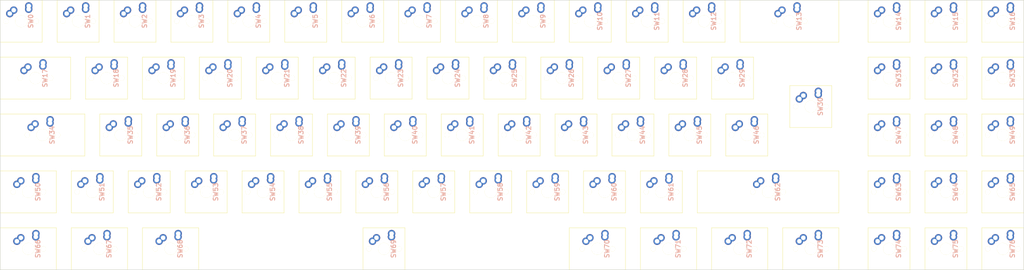
<source format=kicad_pcb>
(kicad_pcb (version 4) (host pcbnew 4.0.7)

(general 
(thickness 0.8)
)
  (gr_line (start 344.25 2.5) (end 344.25 92.5) (layer Edge.Cuts) (width 0.15))
  (gr_line (start 344.25 92.5) (end 2.5 92.5) (layer Edge.Cuts) (width 0.15))
  (gr_line (start 2.5 92.5) (end 2.5 2.5) (layer Edge.Cuts) (width 0.15))
  (gr_line (start 2.5 2.5) (end 344.25 2.5) (layer Edge.Cuts) (width 0.15))

  (module Cherry_MX_Matias_u1_NoSilk_Back (at 9.5 9.5) (layer F.Cu)
    (tags "switch")
    (fp_text reference SW0 (at 3.2 0.0 90.0) (layer B.SilkS) (effects (font (thickness 0.3048))))
    (fp_text value SW_MX (at 0.0 3.45) (layer F.Fab) (effects (font (thickness 0.3048))))
    (fp_line (start -7.0 -7.0) (end 7.0 -7.0) (layer F.SilkS) (width 0.15))
    (fp_line (start -7.0 7.0) (end 7.0 7.0) (layer F.SilkS) (width 0.15))
    (fp_line (start 7.0 -7.0) (end 7.0 7.0) (layer F.SilkS) (width 0.15))
    (fp_line (start -7.0 7.0) (end -7.0 -7.0) (layer F.SilkS) (width 0.15))
    (pad "" np_thru_hole circle (at -5.08 0.0) (size 1.7 1.7) (layers *.Cu *.Mask F.SilkS) (drill 1.7))
    (pad 1 thru_hole circle (at -2.5 -3.683) (size 2.5 2.5) (layers *.Cu *.Mask) (drill 1.5))
    (pad 1 thru_hole circle (at -3.81 -2.54) (size 2.5 2.5) (layers *.Cu *.Mask) (drill 1.5))
    (pad "" np_thru_hole circle (at 0.0 0.0) (size 4.0 4.0) (layers *.Cu *.Mask F.SilkS) (drill 4.0))
    (pad "" np_thru_hole circle (at 5.08 0.0) (size 1.7 1.7) (layers *.Cu *.Mask F.SilkS) (drill 1.7))
    (pad 2 thru_hole circle (at 2.54 -5.08) (size 2.5 2.5) (layers *.Cu *.Mask) (drill 1.5))
    (pad 2 thru_hole circle (at 2.5 -4.0) (size 2.5 2.5) (layers *.Cu *.Mask) (drill 1.5))
    (model cherry_mx1.wrl (at (xyz 0.0 0.0 0.0)) (scale (xyz 1.0 1.0 1.0)) (rotate (xyz 0.0 0.0 0.0)))
  )

  (module Cherry_MX_Matias_u1_NoSilk_Back (at 28.5 9.5) (layer F.Cu)
    (tags "switch")
    (fp_text reference SW1 (at 3.2 0.0 90.0) (layer B.SilkS) (effects (font (thickness 0.3048))))
    (fp_text value SW_MX (at 0.0 3.45) (layer F.Fab) (effects (font (thickness 0.3048))))
    (fp_line (start -7.0 -7.0) (end 7.0 -7.0) (layer F.SilkS) (width 0.15))
    (fp_line (start -7.0 7.0) (end 7.0 7.0) (layer F.SilkS) (width 0.15))
    (fp_line (start 7.0 -7.0) (end 7.0 7.0) (layer F.SilkS) (width 0.15))
    (fp_line (start -7.0 7.0) (end -7.0 -7.0) (layer F.SilkS) (width 0.15))
    (pad "" np_thru_hole circle (at -5.08 0.0) (size 1.7 1.7) (layers *.Cu *.Mask F.SilkS) (drill 1.7))
    (pad 1 thru_hole circle (at -2.5 -3.683) (size 2.5 2.5) (layers *.Cu *.Mask) (drill 1.5))
    (pad 1 thru_hole circle (at -3.81 -2.54) (size 2.5 2.5) (layers *.Cu *.Mask) (drill 1.5))
    (pad "" np_thru_hole circle (at 0.0 0.0) (size 4.0 4.0) (layers *.Cu *.Mask F.SilkS) (drill 4.0))
    (pad "" np_thru_hole circle (at 5.08 0.0) (size 1.7 1.7) (layers *.Cu *.Mask F.SilkS) (drill 1.7))
    (pad 2 thru_hole circle (at 2.54 -5.08) (size 2.5 2.5) (layers *.Cu *.Mask) (drill 1.5))
    (pad 2 thru_hole circle (at 2.5 -4.0) (size 2.5 2.5) (layers *.Cu *.Mask) (drill 1.5))
    (model cherry_mx1.wrl (at (xyz 0.0 0.0 0.0)) (scale (xyz 1.0 1.0 1.0)) (rotate (xyz 0.0 0.0 0.0)))
  )

  (module Cherry_MX_Matias_u1_NoSilk_Back (at 47.5 9.5) (layer F.Cu)
    (tags "switch")
    (fp_text reference SW2 (at 3.2 0.0 90.0) (layer B.SilkS) (effects (font (thickness 0.3048))))
    (fp_text value SW_MX (at 0.0 3.45) (layer F.Fab) (effects (font (thickness 0.3048))))
    (fp_line (start -7.0 -7.0) (end 7.0 -7.0) (layer F.SilkS) (width 0.15))
    (fp_line (start -7.0 7.0) (end 7.0 7.0) (layer F.SilkS) (width 0.15))
    (fp_line (start 7.0 -7.0) (end 7.0 7.0) (layer F.SilkS) (width 0.15))
    (fp_line (start -7.0 7.0) (end -7.0 -7.0) (layer F.SilkS) (width 0.15))
    (pad "" np_thru_hole circle (at -5.08 0.0) (size 1.7 1.7) (layers *.Cu *.Mask F.SilkS) (drill 1.7))
    (pad 1 thru_hole circle (at -2.5 -3.683) (size 2.5 2.5) (layers *.Cu *.Mask) (drill 1.5))
    (pad 1 thru_hole circle (at -3.81 -2.54) (size 2.5 2.5) (layers *.Cu *.Mask) (drill 1.5))
    (pad "" np_thru_hole circle (at 0.0 0.0) (size 4.0 4.0) (layers *.Cu *.Mask F.SilkS) (drill 4.0))
    (pad "" np_thru_hole circle (at 5.08 0.0) (size 1.7 1.7) (layers *.Cu *.Mask F.SilkS) (drill 1.7))
    (pad 2 thru_hole circle (at 2.54 -5.08) (size 2.5 2.5) (layers *.Cu *.Mask) (drill 1.5))
    (pad 2 thru_hole circle (at 2.5 -4.0) (size 2.5 2.5) (layers *.Cu *.Mask) (drill 1.5))
    (model cherry_mx1.wrl (at (xyz 0.0 0.0 0.0)) (scale (xyz 1.0 1.0 1.0)) (rotate (xyz 0.0 0.0 0.0)))
  )

  (module Cherry_MX_Matias_u1_NoSilk_Back (at 66.5 9.5) (layer F.Cu)
    (tags "switch")
    (fp_text reference SW3 (at 3.2 0.0 90.0) (layer B.SilkS) (effects (font (thickness 0.3048))))
    (fp_text value SW_MX (at 0.0 3.45) (layer F.Fab) (effects (font (thickness 0.3048))))
    (fp_line (start -7.0 -7.0) (end 7.0 -7.0) (layer F.SilkS) (width 0.15))
    (fp_line (start -7.0 7.0) (end 7.0 7.0) (layer F.SilkS) (width 0.15))
    (fp_line (start 7.0 -7.0) (end 7.0 7.0) (layer F.SilkS) (width 0.15))
    (fp_line (start -7.0 7.0) (end -7.0 -7.0) (layer F.SilkS) (width 0.15))
    (pad "" np_thru_hole circle (at -5.08 0.0) (size 1.7 1.7) (layers *.Cu *.Mask F.SilkS) (drill 1.7))
    (pad 1 thru_hole circle (at -2.5 -3.683) (size 2.5 2.5) (layers *.Cu *.Mask) (drill 1.5))
    (pad 1 thru_hole circle (at -3.81 -2.54) (size 2.5 2.5) (layers *.Cu *.Mask) (drill 1.5))
    (pad "" np_thru_hole circle (at 0.0 0.0) (size 4.0 4.0) (layers *.Cu *.Mask F.SilkS) (drill 4.0))
    (pad "" np_thru_hole circle (at 5.08 0.0) (size 1.7 1.7) (layers *.Cu *.Mask F.SilkS) (drill 1.7))
    (pad 2 thru_hole circle (at 2.54 -5.08) (size 2.5 2.5) (layers *.Cu *.Mask) (drill 1.5))
    (pad 2 thru_hole circle (at 2.5 -4.0) (size 2.5 2.5) (layers *.Cu *.Mask) (drill 1.5))
    (model cherry_mx1.wrl (at (xyz 0.0 0.0 0.0)) (scale (xyz 1.0 1.0 1.0)) (rotate (xyz 0.0 0.0 0.0)))
  )

  (module Cherry_MX_Matias_u1_NoSilk_Back (at 85.5 9.5) (layer F.Cu)
    (tags "switch")
    (fp_text reference SW4 (at 3.2 0.0 90.0) (layer B.SilkS) (effects (font (thickness 0.3048))))
    (fp_text value SW_MX (at 0.0 3.45) (layer F.Fab) (effects (font (thickness 0.3048))))
    (fp_line (start -7.0 -7.0) (end 7.0 -7.0) (layer F.SilkS) (width 0.15))
    (fp_line (start -7.0 7.0) (end 7.0 7.0) (layer F.SilkS) (width 0.15))
    (fp_line (start 7.0 -7.0) (end 7.0 7.0) (layer F.SilkS) (width 0.15))
    (fp_line (start -7.0 7.0) (end -7.0 -7.0) (layer F.SilkS) (width 0.15))
    (pad "" np_thru_hole circle (at -5.08 0.0) (size 1.7 1.7) (layers *.Cu *.Mask F.SilkS) (drill 1.7))
    (pad 1 thru_hole circle (at -2.5 -3.683) (size 2.5 2.5) (layers *.Cu *.Mask) (drill 1.5))
    (pad 1 thru_hole circle (at -3.81 -2.54) (size 2.5 2.5) (layers *.Cu *.Mask) (drill 1.5))
    (pad "" np_thru_hole circle (at 0.0 0.0) (size 4.0 4.0) (layers *.Cu *.Mask F.SilkS) (drill 4.0))
    (pad "" np_thru_hole circle (at 5.08 0.0) (size 1.7 1.7) (layers *.Cu *.Mask F.SilkS) (drill 1.7))
    (pad 2 thru_hole circle (at 2.54 -5.08) (size 2.5 2.5) (layers *.Cu *.Mask) (drill 1.5))
    (pad 2 thru_hole circle (at 2.5 -4.0) (size 2.5 2.5) (layers *.Cu *.Mask) (drill 1.5))
    (model cherry_mx1.wrl (at (xyz 0.0 0.0 0.0)) (scale (xyz 1.0 1.0 1.0)) (rotate (xyz 0.0 0.0 0.0)))
  )

  (module Cherry_MX_Matias_u1_NoSilk_Back (at 104.5 9.5) (layer F.Cu)
    (tags "switch")
    (fp_text reference SW5 (at 3.2 0.0 90.0) (layer B.SilkS) (effects (font (thickness 0.3048))))
    (fp_text value SW_MX (at 0.0 3.45) (layer F.Fab) (effects (font (thickness 0.3048))))
    (fp_line (start -7.0 -7.0) (end 7.0 -7.0) (layer F.SilkS) (width 0.15))
    (fp_line (start -7.0 7.0) (end 7.0 7.0) (layer F.SilkS) (width 0.15))
    (fp_line (start 7.0 -7.0) (end 7.0 7.0) (layer F.SilkS) (width 0.15))
    (fp_line (start -7.0 7.0) (end -7.0 -7.0) (layer F.SilkS) (width 0.15))
    (pad "" np_thru_hole circle (at -5.08 0.0) (size 1.7 1.7) (layers *.Cu *.Mask F.SilkS) (drill 1.7))
    (pad 1 thru_hole circle (at -2.5 -3.683) (size 2.5 2.5) (layers *.Cu *.Mask) (drill 1.5))
    (pad 1 thru_hole circle (at -3.81 -2.54) (size 2.5 2.5) (layers *.Cu *.Mask) (drill 1.5))
    (pad "" np_thru_hole circle (at 0.0 0.0) (size 4.0 4.0) (layers *.Cu *.Mask F.SilkS) (drill 4.0))
    (pad "" np_thru_hole circle (at 5.08 0.0) (size 1.7 1.7) (layers *.Cu *.Mask F.SilkS) (drill 1.7))
    (pad 2 thru_hole circle (at 2.54 -5.08) (size 2.5 2.5) (layers *.Cu *.Mask) (drill 1.5))
    (pad 2 thru_hole circle (at 2.5 -4.0) (size 2.5 2.5) (layers *.Cu *.Mask) (drill 1.5))
    (model cherry_mx1.wrl (at (xyz 0.0 0.0 0.0)) (scale (xyz 1.0 1.0 1.0)) (rotate (xyz 0.0 0.0 0.0)))
  )

  (module Cherry_MX_Matias_u1_NoSilk_Back (at 123.5 9.5) (layer F.Cu)
    (tags "switch")
    (fp_text reference SW6 (at 3.2 0.0 90.0) (layer B.SilkS) (effects (font (thickness 0.3048))))
    (fp_text value SW_MX (at 0.0 3.45) (layer F.Fab) (effects (font (thickness 0.3048))))
    (fp_line (start -7.0 -7.0) (end 7.0 -7.0) (layer F.SilkS) (width 0.15))
    (fp_line (start -7.0 7.0) (end 7.0 7.0) (layer F.SilkS) (width 0.15))
    (fp_line (start 7.0 -7.0) (end 7.0 7.0) (layer F.SilkS) (width 0.15))
    (fp_line (start -7.0 7.0) (end -7.0 -7.0) (layer F.SilkS) (width 0.15))
    (pad "" np_thru_hole circle (at -5.08 0.0) (size 1.7 1.7) (layers *.Cu *.Mask F.SilkS) (drill 1.7))
    (pad 1 thru_hole circle (at -2.5 -3.683) (size 2.5 2.5) (layers *.Cu *.Mask) (drill 1.5))
    (pad 1 thru_hole circle (at -3.81 -2.54) (size 2.5 2.5) (layers *.Cu *.Mask) (drill 1.5))
    (pad "" np_thru_hole circle (at 0.0 0.0) (size 4.0 4.0) (layers *.Cu *.Mask F.SilkS) (drill 4.0))
    (pad "" np_thru_hole circle (at 5.08 0.0) (size 1.7 1.7) (layers *.Cu *.Mask F.SilkS) (drill 1.7))
    (pad 2 thru_hole circle (at 2.54 -5.08) (size 2.5 2.5) (layers *.Cu *.Mask) (drill 1.5))
    (pad 2 thru_hole circle (at 2.5 -4.0) (size 2.5 2.5) (layers *.Cu *.Mask) (drill 1.5))
    (model cherry_mx1.wrl (at (xyz 0.0 0.0 0.0)) (scale (xyz 1.0 1.0 1.0)) (rotate (xyz 0.0 0.0 0.0)))
  )

  (module Cherry_MX_Matias_u1_NoSilk_Back (at 142.5 9.5) (layer F.Cu)
    (tags "switch")
    (fp_text reference SW7 (at 3.2 0.0 90.0) (layer B.SilkS) (effects (font (thickness 0.3048))))
    (fp_text value SW_MX (at 0.0 3.45) (layer F.Fab) (effects (font (thickness 0.3048))))
    (fp_line (start -7.0 -7.0) (end 7.0 -7.0) (layer F.SilkS) (width 0.15))
    (fp_line (start -7.0 7.0) (end 7.0 7.0) (layer F.SilkS) (width 0.15))
    (fp_line (start 7.0 -7.0) (end 7.0 7.0) (layer F.SilkS) (width 0.15))
    (fp_line (start -7.0 7.0) (end -7.0 -7.0) (layer F.SilkS) (width 0.15))
    (pad "" np_thru_hole circle (at -5.08 0.0) (size 1.7 1.7) (layers *.Cu *.Mask F.SilkS) (drill 1.7))
    (pad 1 thru_hole circle (at -2.5 -3.683) (size 2.5 2.5) (layers *.Cu *.Mask) (drill 1.5))
    (pad 1 thru_hole circle (at -3.81 -2.54) (size 2.5 2.5) (layers *.Cu *.Mask) (drill 1.5))
    (pad "" np_thru_hole circle (at 0.0 0.0) (size 4.0 4.0) (layers *.Cu *.Mask F.SilkS) (drill 4.0))
    (pad "" np_thru_hole circle (at 5.08 0.0) (size 1.7 1.7) (layers *.Cu *.Mask F.SilkS) (drill 1.7))
    (pad 2 thru_hole circle (at 2.54 -5.08) (size 2.5 2.5) (layers *.Cu *.Mask) (drill 1.5))
    (pad 2 thru_hole circle (at 2.5 -4.0) (size 2.5 2.5) (layers *.Cu *.Mask) (drill 1.5))
    (model cherry_mx1.wrl (at (xyz 0.0 0.0 0.0)) (scale (xyz 1.0 1.0 1.0)) (rotate (xyz 0.0 0.0 0.0)))
  )

  (module Cherry_MX_Matias_u1_NoSilk_Back (at 161.5 9.5) (layer F.Cu)
    (tags "switch")
    (fp_text reference SW8 (at 3.2 0.0 90.0) (layer B.SilkS) (effects (font (thickness 0.3048))))
    (fp_text value SW_MX (at 0.0 3.45) (layer F.Fab) (effects (font (thickness 0.3048))))
    (fp_line (start -7.0 -7.0) (end 7.0 -7.0) (layer F.SilkS) (width 0.15))
    (fp_line (start -7.0 7.0) (end 7.0 7.0) (layer F.SilkS) (width 0.15))
    (fp_line (start 7.0 -7.0) (end 7.0 7.0) (layer F.SilkS) (width 0.15))
    (fp_line (start -7.0 7.0) (end -7.0 -7.0) (layer F.SilkS) (width 0.15))
    (pad "" np_thru_hole circle (at -5.08 0.0) (size 1.7 1.7) (layers *.Cu *.Mask F.SilkS) (drill 1.7))
    (pad 1 thru_hole circle (at -2.5 -3.683) (size 2.5 2.5) (layers *.Cu *.Mask) (drill 1.5))
    (pad 1 thru_hole circle (at -3.81 -2.54) (size 2.5 2.5) (layers *.Cu *.Mask) (drill 1.5))
    (pad "" np_thru_hole circle (at 0.0 0.0) (size 4.0 4.0) (layers *.Cu *.Mask F.SilkS) (drill 4.0))
    (pad "" np_thru_hole circle (at 5.08 0.0) (size 1.7 1.7) (layers *.Cu *.Mask F.SilkS) (drill 1.7))
    (pad 2 thru_hole circle (at 2.54 -5.08) (size 2.5 2.5) (layers *.Cu *.Mask) (drill 1.5))
    (pad 2 thru_hole circle (at 2.5 -4.0) (size 2.5 2.5) (layers *.Cu *.Mask) (drill 1.5))
    (model cherry_mx1.wrl (at (xyz 0.0 0.0 0.0)) (scale (xyz 1.0 1.0 1.0)) (rotate (xyz 0.0 0.0 0.0)))
  )

  (module Cherry_MX_Matias_u1_NoSilk_Back (at 180.5 9.5) (layer F.Cu)
    (tags "switch")
    (fp_text reference SW9 (at 3.2 0.0 90.0) (layer B.SilkS) (effects (font (thickness 0.3048))))
    (fp_text value SW_MX (at 0.0 3.45) (layer F.Fab) (effects (font (thickness 0.3048))))
    (fp_line (start -7.0 -7.0) (end 7.0 -7.0) (layer F.SilkS) (width 0.15))
    (fp_line (start -7.0 7.0) (end 7.0 7.0) (layer F.SilkS) (width 0.15))
    (fp_line (start 7.0 -7.0) (end 7.0 7.0) (layer F.SilkS) (width 0.15))
    (fp_line (start -7.0 7.0) (end -7.0 -7.0) (layer F.SilkS) (width 0.15))
    (pad "" np_thru_hole circle (at -5.08 0.0) (size 1.7 1.7) (layers *.Cu *.Mask F.SilkS) (drill 1.7))
    (pad 1 thru_hole circle (at -2.5 -3.683) (size 2.5 2.5) (layers *.Cu *.Mask) (drill 1.5))
    (pad 1 thru_hole circle (at -3.81 -2.54) (size 2.5 2.5) (layers *.Cu *.Mask) (drill 1.5))
    (pad "" np_thru_hole circle (at 0.0 0.0) (size 4.0 4.0) (layers *.Cu *.Mask F.SilkS) (drill 4.0))
    (pad "" np_thru_hole circle (at 5.08 0.0) (size 1.7 1.7) (layers *.Cu *.Mask F.SilkS) (drill 1.7))
    (pad 2 thru_hole circle (at 2.54 -5.08) (size 2.5 2.5) (layers *.Cu *.Mask) (drill 1.5))
    (pad 2 thru_hole circle (at 2.5 -4.0) (size 2.5 2.5) (layers *.Cu *.Mask) (drill 1.5))
    (model cherry_mx1.wrl (at (xyz 0.0 0.0 0.0)) (scale (xyz 1.0 1.0 1.0)) (rotate (xyz 0.0 0.0 0.0)))
  )

  (module Cherry_MX_Matias_u1_NoSilk_Back (at 199.5 9.5) (layer F.Cu)
    (tags "switch")
    (fp_text reference SW10 (at 3.2 0.0 90.0) (layer B.SilkS) (effects (font (thickness 0.3048))))
    (fp_text value SW_MX (at 0.0 3.45) (layer F.Fab) (effects (font (thickness 0.3048))))
    (fp_line (start -7.0 -7.0) (end 7.0 -7.0) (layer F.SilkS) (width 0.15))
    (fp_line (start -7.0 7.0) (end 7.0 7.0) (layer F.SilkS) (width 0.15))
    (fp_line (start 7.0 -7.0) (end 7.0 7.0) (layer F.SilkS) (width 0.15))
    (fp_line (start -7.0 7.0) (end -7.0 -7.0) (layer F.SilkS) (width 0.15))
    (pad "" np_thru_hole circle (at -5.08 0.0) (size 1.7 1.7) (layers *.Cu *.Mask F.SilkS) (drill 1.7))
    (pad 1 thru_hole circle (at -2.5 -3.683) (size 2.5 2.5) (layers *.Cu *.Mask) (drill 1.5))
    (pad 1 thru_hole circle (at -3.81 -2.54) (size 2.5 2.5) (layers *.Cu *.Mask) (drill 1.5))
    (pad "" np_thru_hole circle (at 0.0 0.0) (size 4.0 4.0) (layers *.Cu *.Mask F.SilkS) (drill 4.0))
    (pad "" np_thru_hole circle (at 5.08 0.0) (size 1.7 1.7) (layers *.Cu *.Mask F.SilkS) (drill 1.7))
    (pad 2 thru_hole circle (at 2.54 -5.08) (size 2.5 2.5) (layers *.Cu *.Mask) (drill 1.5))
    (pad 2 thru_hole circle (at 2.5 -4.0) (size 2.5 2.5) (layers *.Cu *.Mask) (drill 1.5))
    (model cherry_mx1.wrl (at (xyz 0.0 0.0 0.0)) (scale (xyz 1.0 1.0 1.0)) (rotate (xyz 0.0 0.0 0.0)))
  )

  (module Cherry_MX_Matias_u1_NoSilk_Back (at 218.5 9.5) (layer F.Cu)
    (tags "switch")
    (fp_text reference SW11 (at 3.2 0.0 90.0) (layer B.SilkS) (effects (font (thickness 0.3048))))
    (fp_text value SW_MX (at 0.0 3.45) (layer F.Fab) (effects (font (thickness 0.3048))))
    (fp_line (start -7.0 -7.0) (end 7.0 -7.0) (layer F.SilkS) (width 0.15))
    (fp_line (start -7.0 7.0) (end 7.0 7.0) (layer F.SilkS) (width 0.15))
    (fp_line (start 7.0 -7.0) (end 7.0 7.0) (layer F.SilkS) (width 0.15))
    (fp_line (start -7.0 7.0) (end -7.0 -7.0) (layer F.SilkS) (width 0.15))
    (pad "" np_thru_hole circle (at -5.08 0.0) (size 1.7 1.7) (layers *.Cu *.Mask F.SilkS) (drill 1.7))
    (pad 1 thru_hole circle (at -2.5 -3.683) (size 2.5 2.5) (layers *.Cu *.Mask) (drill 1.5))
    (pad 1 thru_hole circle (at -3.81 -2.54) (size 2.5 2.5) (layers *.Cu *.Mask) (drill 1.5))
    (pad "" np_thru_hole circle (at 0.0 0.0) (size 4.0 4.0) (layers *.Cu *.Mask F.SilkS) (drill 4.0))
    (pad "" np_thru_hole circle (at 5.08 0.0) (size 1.7 1.7) (layers *.Cu *.Mask F.SilkS) (drill 1.7))
    (pad 2 thru_hole circle (at 2.54 -5.08) (size 2.5 2.5) (layers *.Cu *.Mask) (drill 1.5))
    (pad 2 thru_hole circle (at 2.5 -4.0) (size 2.5 2.5) (layers *.Cu *.Mask) (drill 1.5))
    (model cherry_mx1.wrl (at (xyz 0.0 0.0 0.0)) (scale (xyz 1.0 1.0 1.0)) (rotate (xyz 0.0 0.0 0.0)))
  )

  (module Cherry_MX_Matias_u1_NoSilk_Back (at 237.5 9.5) (layer F.Cu)
    (tags "switch")
    (fp_text reference SW12 (at 3.2 0.0 90.0) (layer B.SilkS) (effects (font (thickness 0.3048))))
    (fp_text value SW_MX (at 0.0 3.45) (layer F.Fab) (effects (font (thickness 0.3048))))
    (fp_line (start -7.0 -7.0) (end 7.0 -7.0) (layer F.SilkS) (width 0.15))
    (fp_line (start -7.0 7.0) (end 7.0 7.0) (layer F.SilkS) (width 0.15))
    (fp_line (start 7.0 -7.0) (end 7.0 7.0) (layer F.SilkS) (width 0.15))
    (fp_line (start -7.0 7.0) (end -7.0 -7.0) (layer F.SilkS) (width 0.15))
    (pad "" np_thru_hole circle (at -5.08 0.0) (size 1.7 1.7) (layers *.Cu *.Mask F.SilkS) (drill 1.7))
    (pad 1 thru_hole circle (at -2.5 -3.683) (size 2.5 2.5) (layers *.Cu *.Mask) (drill 1.5))
    (pad 1 thru_hole circle (at -3.81 -2.54) (size 2.5 2.5) (layers *.Cu *.Mask) (drill 1.5))
    (pad "" np_thru_hole circle (at 0.0 0.0) (size 4.0 4.0) (layers *.Cu *.Mask F.SilkS) (drill 4.0))
    (pad "" np_thru_hole circle (at 5.08 0.0) (size 1.7 1.7) (layers *.Cu *.Mask F.SilkS) (drill 1.7))
    (pad 2 thru_hole circle (at 2.54 -5.08) (size 2.5 2.5) (layers *.Cu *.Mask) (drill 1.5))
    (pad 2 thru_hole circle (at 2.5 -4.0) (size 2.5 2.5) (layers *.Cu *.Mask) (drill 1.5))
    (model cherry_mx1.wrl (at (xyz 0.0 0.0 0.0)) (scale (xyz 1.0 1.0 1.0)) (rotate (xyz 0.0 0.0 0.0)))
  )

  (module Cherry_MX_Matias_u2_NoSilk_Back (at 266.0 9.5) (layer F.Cu)
    (tags "switch")
    (fp_text reference SW13 (at 3.2 0.0 90.0) (layer B.SilkS) (effects (font (thickness 0.3048))))
    (fp_text value SW_MX (at 0.0 3.45) (layer F.Fab) (effects (font (thickness 0.3048))))
    (fp_line (start 16.5 -7.0) (end -16.5 -7.0) (layer F.SilkS) (width 0.15))
    (fp_line (start -16.5 7.0) (end 16.5 7.0) (layer F.SilkS) (width 0.15))
    (fp_line (start 16.5 -7.0) (end 16.5 7.0) (layer F.SilkS) (width 0.15))
    (fp_line (start -16.5 7.0) (end -16.5 -7.0) (layer F.SilkS) (width 0.15))
    (pad "" np_thru_hole circle (at -5.08 0.0) (size 1.7 1.7) (layers *.Cu *.Mask F.SilkS) (drill 1.7))
    (pad 1 thru_hole circle (at -2.5 -3.683) (size 2.5 2.5) (layers *.Cu *.Mask) (drill 1.5))
    (pad 1 thru_hole circle (at -3.81 -2.54) (size 2.5 2.5) (layers *.Cu *.Mask) (drill 1.5))
    (pad "" np_thru_hole circle (at 0.0 0.0) (size 4.0 4.0) (layers *.Cu *.Mask F.SilkS) (drill 4.0))
    (pad "" np_thru_hole circle (at 5.08 0.0) (size 1.7 1.7) (layers *.Cu *.Mask F.SilkS) (drill 1.7))
    (pad 2 thru_hole circle (at 2.54 -5.08) (size 2.5 2.5) (layers *.Cu *.Mask) (drill 1.5))
    (pad 2 thru_hole circle (at 2.5 -4.0) (size 2.5 2.5) (layers *.Cu *.Mask) (drill 1.5))
    (model cherry_mx1.wrl (at (xyz 0.0 0.0 0.0)) (scale (xyz 1.0 1.0 1.0)) (rotate (xyz 0.0 0.0 0.0)))
  )

  (module Cherry_MX_Matias_u1_NoSilk_Back (at 299.25 9.5) (layer F.Cu)
    (tags "switch")
    (fp_text reference SW14 (at 3.2 0.0 90.0) (layer B.SilkS) (effects (font (thickness 0.3048))))
    (fp_text value SW_MX (at 0.0 3.45) (layer F.Fab) (effects (font (thickness 0.3048))))
    (fp_line (start -7.0 -7.0) (end 7.0 -7.0) (layer F.SilkS) (width 0.15))
    (fp_line (start -7.0 7.0) (end 7.0 7.0) (layer F.SilkS) (width 0.15))
    (fp_line (start 7.0 -7.0) (end 7.0 7.0) (layer F.SilkS) (width 0.15))
    (fp_line (start -7.0 7.0) (end -7.0 -7.0) (layer F.SilkS) (width 0.15))
    (pad "" np_thru_hole circle (at -5.08 0.0) (size 1.7 1.7) (layers *.Cu *.Mask F.SilkS) (drill 1.7))
    (pad 1 thru_hole circle (at -2.5 -3.683) (size 2.5 2.5) (layers *.Cu *.Mask) (drill 1.5))
    (pad 1 thru_hole circle (at -3.81 -2.54) (size 2.5 2.5) (layers *.Cu *.Mask) (drill 1.5))
    (pad "" np_thru_hole circle (at 0.0 0.0) (size 4.0 4.0) (layers *.Cu *.Mask F.SilkS) (drill 4.0))
    (pad "" np_thru_hole circle (at 5.08 0.0) (size 1.7 1.7) (layers *.Cu *.Mask F.SilkS) (drill 1.7))
    (pad 2 thru_hole circle (at 2.54 -5.08) (size 2.5 2.5) (layers *.Cu *.Mask) (drill 1.5))
    (pad 2 thru_hole circle (at 2.5 -4.0) (size 2.5 2.5) (layers *.Cu *.Mask) (drill 1.5))
    (model cherry_mx1.wrl (at (xyz 0.0 0.0 0.0)) (scale (xyz 1.0 1.0 1.0)) (rotate (xyz 0.0 0.0 0.0)))
  )

  (module Cherry_MX_Matias_u1_NoSilk_Back (at 318.25 9.5) (layer F.Cu)
    (tags "switch")
    (fp_text reference SW15 (at 3.2 0.0 90.0) (layer B.SilkS) (effects (font (thickness 0.3048))))
    (fp_text value SW_MX (at 0.0 3.45) (layer F.Fab) (effects (font (thickness 0.3048))))
    (fp_line (start -7.0 -7.0) (end 7.0 -7.0) (layer F.SilkS) (width 0.15))
    (fp_line (start -7.0 7.0) (end 7.0 7.0) (layer F.SilkS) (width 0.15))
    (fp_line (start 7.0 -7.0) (end 7.0 7.0) (layer F.SilkS) (width 0.15))
    (fp_line (start -7.0 7.0) (end -7.0 -7.0) (layer F.SilkS) (width 0.15))
    (pad "" np_thru_hole circle (at -5.08 0.0) (size 1.7 1.7) (layers *.Cu *.Mask F.SilkS) (drill 1.7))
    (pad 1 thru_hole circle (at -2.5 -3.683) (size 2.5 2.5) (layers *.Cu *.Mask) (drill 1.5))
    (pad 1 thru_hole circle (at -3.81 -2.54) (size 2.5 2.5) (layers *.Cu *.Mask) (drill 1.5))
    (pad "" np_thru_hole circle (at 0.0 0.0) (size 4.0 4.0) (layers *.Cu *.Mask F.SilkS) (drill 4.0))
    (pad "" np_thru_hole circle (at 5.08 0.0) (size 1.7 1.7) (layers *.Cu *.Mask F.SilkS) (drill 1.7))
    (pad 2 thru_hole circle (at 2.54 -5.08) (size 2.5 2.5) (layers *.Cu *.Mask) (drill 1.5))
    (pad 2 thru_hole circle (at 2.5 -4.0) (size 2.5 2.5) (layers *.Cu *.Mask) (drill 1.5))
    (model cherry_mx1.wrl (at (xyz 0.0 0.0 0.0)) (scale (xyz 1.0 1.0 1.0)) (rotate (xyz 0.0 0.0 0.0)))
  )

  (module Cherry_MX_Matias_u1_NoSilk_Back (at 337.25 9.5) (layer F.Cu)
    (tags "switch")
    (fp_text reference SW16 (at 3.2 0.0 90.0) (layer B.SilkS) (effects (font (thickness 0.3048))))
    (fp_text value SW_MX (at 0.0 3.45) (layer F.Fab) (effects (font (thickness 0.3048))))
    (fp_line (start -7.0 -7.0) (end 7.0 -7.0) (layer F.SilkS) (width 0.15))
    (fp_line (start -7.0 7.0) (end 7.0 7.0) (layer F.SilkS) (width 0.15))
    (fp_line (start 7.0 -7.0) (end 7.0 7.0) (layer F.SilkS) (width 0.15))
    (fp_line (start -7.0 7.0) (end -7.0 -7.0) (layer F.SilkS) (width 0.15))
    (pad "" np_thru_hole circle (at -5.08 0.0) (size 1.7 1.7) (layers *.Cu *.Mask F.SilkS) (drill 1.7))
    (pad 1 thru_hole circle (at -2.5 -3.683) (size 2.5 2.5) (layers *.Cu *.Mask) (drill 1.5))
    (pad 1 thru_hole circle (at -3.81 -2.54) (size 2.5 2.5) (layers *.Cu *.Mask) (drill 1.5))
    (pad "" np_thru_hole circle (at 0.0 0.0) (size 4.0 4.0) (layers *.Cu *.Mask F.SilkS) (drill 4.0))
    (pad "" np_thru_hole circle (at 5.08 0.0) (size 1.7 1.7) (layers *.Cu *.Mask F.SilkS) (drill 1.7))
    (pad 2 thru_hole circle (at 2.54 -5.08) (size 2.5 2.5) (layers *.Cu *.Mask) (drill 1.5))
    (pad 2 thru_hole circle (at 2.5 -4.0) (size 2.5 2.5) (layers *.Cu *.Mask) (drill 1.5))
    (model cherry_mx1.wrl (at (xyz 0.0 0.0 0.0)) (scale (xyz 1.0 1.0 1.0)) (rotate (xyz 0.0 0.0 0.0)))
  )

  (module Cherry_MX_Matias_u1.5_NoSilk_Back (at 14.25 28.5) (layer F.Cu)
    (tags "switch")
    (fp_text reference SW17 (at 3.2 0.0 90.0) (layer B.SilkS) (effects (font (thickness 0.3048))))
    (fp_text value SW_MX (at 0.0 3.45) (layer F.Fab) (effects (font (thickness 0.3048))))
    (fp_line (start 11.75 -7.0) (end -11.75 -7.0) (layer F.SilkS) (width 0.15))
    (fp_line (start -11.75 7.0) (end 11.75 7.0) (layer F.SilkS) (width 0.15))
    (fp_line (start 11.75 -7.0) (end 11.75 7.0) (layer F.SilkS) (width 0.15))
    (fp_line (start -11.75 7.0) (end -11.75 -7.0) (layer F.SilkS) (width 0.15))
    (pad "" np_thru_hole circle (at -5.08 0.0) (size 1.7 1.7) (layers *.Cu *.Mask F.SilkS) (drill 1.7))
    (pad 1 thru_hole circle (at -2.5 -3.683) (size 2.5 2.5) (layers *.Cu *.Mask) (drill 1.5))
    (pad 1 thru_hole circle (at -3.81 -2.54) (size 2.5 2.5) (layers *.Cu *.Mask) (drill 1.5))
    (pad "" np_thru_hole circle (at 0.0 0.0) (size 4.0 4.0) (layers *.Cu *.Mask F.SilkS) (drill 4.0))
    (pad "" np_thru_hole circle (at 5.08 0.0) (size 1.7 1.7) (layers *.Cu *.Mask F.SilkS) (drill 1.7))
    (pad 2 thru_hole circle (at 2.54 -5.08) (size 2.5 2.5) (layers *.Cu *.Mask) (drill 1.5))
    (pad 2 thru_hole circle (at 2.5 -4.0) (size 2.5 2.5) (layers *.Cu *.Mask) (drill 1.5))
    (model cherry_mx1.wrl (at (xyz 0.0 0.0 0.0)) (scale (xyz 1.0 1.0 1.0)) (rotate (xyz 0.0 0.0 0.0)))
  )

  (module Cherry_MX_Matias_u1_NoSilk_Back (at 38.0 28.5) (layer F.Cu)
    (tags "switch")
    (fp_text reference SW18 (at 3.2 0.0 90.0) (layer B.SilkS) (effects (font (thickness 0.3048))))
    (fp_text value SW_MX (at 0.0 3.45) (layer F.Fab) (effects (font (thickness 0.3048))))
    (fp_line (start -7.0 -7.0) (end 7.0 -7.0) (layer F.SilkS) (width 0.15))
    (fp_line (start -7.0 7.0) (end 7.0 7.0) (layer F.SilkS) (width 0.15))
    (fp_line (start 7.0 -7.0) (end 7.0 7.0) (layer F.SilkS) (width 0.15))
    (fp_line (start -7.0 7.0) (end -7.0 -7.0) (layer F.SilkS) (width 0.15))
    (pad "" np_thru_hole circle (at -5.08 0.0) (size 1.7 1.7) (layers *.Cu *.Mask F.SilkS) (drill 1.7))
    (pad 1 thru_hole circle (at -2.5 -3.683) (size 2.5 2.5) (layers *.Cu *.Mask) (drill 1.5))
    (pad 1 thru_hole circle (at -3.81 -2.54) (size 2.5 2.5) (layers *.Cu *.Mask) (drill 1.5))
    (pad "" np_thru_hole circle (at 0.0 0.0) (size 4.0 4.0) (layers *.Cu *.Mask F.SilkS) (drill 4.0))
    (pad "" np_thru_hole circle (at 5.08 0.0) (size 1.7 1.7) (layers *.Cu *.Mask F.SilkS) (drill 1.7))
    (pad 2 thru_hole circle (at 2.54 -5.08) (size 2.5 2.5) (layers *.Cu *.Mask) (drill 1.5))
    (pad 2 thru_hole circle (at 2.5 -4.0) (size 2.5 2.5) (layers *.Cu *.Mask) (drill 1.5))
    (model cherry_mx1.wrl (at (xyz 0.0 0.0 0.0)) (scale (xyz 1.0 1.0 1.0)) (rotate (xyz 0.0 0.0 0.0)))
  )

  (module Cherry_MX_Matias_u1_NoSilk_Back (at 57.0 28.5) (layer F.Cu)
    (tags "switch")
    (fp_text reference SW19 (at 3.2 0.0 90.0) (layer B.SilkS) (effects (font (thickness 0.3048))))
    (fp_text value SW_MX (at 0.0 3.45) (layer F.Fab) (effects (font (thickness 0.3048))))
    (fp_line (start -7.0 -7.0) (end 7.0 -7.0) (layer F.SilkS) (width 0.15))
    (fp_line (start -7.0 7.0) (end 7.0 7.0) (layer F.SilkS) (width 0.15))
    (fp_line (start 7.0 -7.0) (end 7.0 7.0) (layer F.SilkS) (width 0.15))
    (fp_line (start -7.0 7.0) (end -7.0 -7.0) (layer F.SilkS) (width 0.15))
    (pad "" np_thru_hole circle (at -5.08 0.0) (size 1.7 1.7) (layers *.Cu *.Mask F.SilkS) (drill 1.7))
    (pad 1 thru_hole circle (at -2.5 -3.683) (size 2.5 2.5) (layers *.Cu *.Mask) (drill 1.5))
    (pad 1 thru_hole circle (at -3.81 -2.54) (size 2.5 2.5) (layers *.Cu *.Mask) (drill 1.5))
    (pad "" np_thru_hole circle (at 0.0 0.0) (size 4.0 4.0) (layers *.Cu *.Mask F.SilkS) (drill 4.0))
    (pad "" np_thru_hole circle (at 5.08 0.0) (size 1.7 1.7) (layers *.Cu *.Mask F.SilkS) (drill 1.7))
    (pad 2 thru_hole circle (at 2.54 -5.08) (size 2.5 2.5) (layers *.Cu *.Mask) (drill 1.5))
    (pad 2 thru_hole circle (at 2.5 -4.0) (size 2.5 2.5) (layers *.Cu *.Mask) (drill 1.5))
    (model cherry_mx1.wrl (at (xyz 0.0 0.0 0.0)) (scale (xyz 1.0 1.0 1.0)) (rotate (xyz 0.0 0.0 0.0)))
  )

  (module Cherry_MX_Matias_u1_NoSilk_Back (at 76.0 28.5) (layer F.Cu)
    (tags "switch")
    (fp_text reference SW20 (at 3.2 0.0 90.0) (layer B.SilkS) (effects (font (thickness 0.3048))))
    (fp_text value SW_MX (at 0.0 3.45) (layer F.Fab) (effects (font (thickness 0.3048))))
    (fp_line (start -7.0 -7.0) (end 7.0 -7.0) (layer F.SilkS) (width 0.15))
    (fp_line (start -7.0 7.0) (end 7.0 7.0) (layer F.SilkS) (width 0.15))
    (fp_line (start 7.0 -7.0) (end 7.0 7.0) (layer F.SilkS) (width 0.15))
    (fp_line (start -7.0 7.0) (end -7.0 -7.0) (layer F.SilkS) (width 0.15))
    (pad "" np_thru_hole circle (at -5.08 0.0) (size 1.7 1.7) (layers *.Cu *.Mask F.SilkS) (drill 1.7))
    (pad 1 thru_hole circle (at -2.5 -3.683) (size 2.5 2.5) (layers *.Cu *.Mask) (drill 1.5))
    (pad 1 thru_hole circle (at -3.81 -2.54) (size 2.5 2.5) (layers *.Cu *.Mask) (drill 1.5))
    (pad "" np_thru_hole circle (at 0.0 0.0) (size 4.0 4.0) (layers *.Cu *.Mask F.SilkS) (drill 4.0))
    (pad "" np_thru_hole circle (at 5.08 0.0) (size 1.7 1.7) (layers *.Cu *.Mask F.SilkS) (drill 1.7))
    (pad 2 thru_hole circle (at 2.54 -5.08) (size 2.5 2.5) (layers *.Cu *.Mask) (drill 1.5))
    (pad 2 thru_hole circle (at 2.5 -4.0) (size 2.5 2.5) (layers *.Cu *.Mask) (drill 1.5))
    (model cherry_mx1.wrl (at (xyz 0.0 0.0 0.0)) (scale (xyz 1.0 1.0 1.0)) (rotate (xyz 0.0 0.0 0.0)))
  )

  (module Cherry_MX_Matias_u1_NoSilk_Back (at 95.0 28.5) (layer F.Cu)
    (tags "switch")
    (fp_text reference SW21 (at 3.2 0.0 90.0) (layer B.SilkS) (effects (font (thickness 0.3048))))
    (fp_text value SW_MX (at 0.0 3.45) (layer F.Fab) (effects (font (thickness 0.3048))))
    (fp_line (start -7.0 -7.0) (end 7.0 -7.0) (layer F.SilkS) (width 0.15))
    (fp_line (start -7.0 7.0) (end 7.0 7.0) (layer F.SilkS) (width 0.15))
    (fp_line (start 7.0 -7.0) (end 7.0 7.0) (layer F.SilkS) (width 0.15))
    (fp_line (start -7.0 7.0) (end -7.0 -7.0) (layer F.SilkS) (width 0.15))
    (pad "" np_thru_hole circle (at -5.08 0.0) (size 1.7 1.7) (layers *.Cu *.Mask F.SilkS) (drill 1.7))
    (pad 1 thru_hole circle (at -2.5 -3.683) (size 2.5 2.5) (layers *.Cu *.Mask) (drill 1.5))
    (pad 1 thru_hole circle (at -3.81 -2.54) (size 2.5 2.5) (layers *.Cu *.Mask) (drill 1.5))
    (pad "" np_thru_hole circle (at 0.0 0.0) (size 4.0 4.0) (layers *.Cu *.Mask F.SilkS) (drill 4.0))
    (pad "" np_thru_hole circle (at 5.08 0.0) (size 1.7 1.7) (layers *.Cu *.Mask F.SilkS) (drill 1.7))
    (pad 2 thru_hole circle (at 2.54 -5.08) (size 2.5 2.5) (layers *.Cu *.Mask) (drill 1.5))
    (pad 2 thru_hole circle (at 2.5 -4.0) (size 2.5 2.5) (layers *.Cu *.Mask) (drill 1.5))
    (model cherry_mx1.wrl (at (xyz 0.0 0.0 0.0)) (scale (xyz 1.0 1.0 1.0)) (rotate (xyz 0.0 0.0 0.0)))
  )

  (module Cherry_MX_Matias_u1_NoSilk_Back (at 114.0 28.5) (layer F.Cu)
    (tags "switch")
    (fp_text reference SW22 (at 3.2 0.0 90.0) (layer B.SilkS) (effects (font (thickness 0.3048))))
    (fp_text value SW_MX (at 0.0 3.45) (layer F.Fab) (effects (font (thickness 0.3048))))
    (fp_line (start -7.0 -7.0) (end 7.0 -7.0) (layer F.SilkS) (width 0.15))
    (fp_line (start -7.0 7.0) (end 7.0 7.0) (layer F.SilkS) (width 0.15))
    (fp_line (start 7.0 -7.0) (end 7.0 7.0) (layer F.SilkS) (width 0.15))
    (fp_line (start -7.0 7.0) (end -7.0 -7.0) (layer F.SilkS) (width 0.15))
    (pad "" np_thru_hole circle (at -5.08 0.0) (size 1.7 1.7) (layers *.Cu *.Mask F.SilkS) (drill 1.7))
    (pad 1 thru_hole circle (at -2.5 -3.683) (size 2.5 2.5) (layers *.Cu *.Mask) (drill 1.5))
    (pad 1 thru_hole circle (at -3.81 -2.54) (size 2.5 2.5) (layers *.Cu *.Mask) (drill 1.5))
    (pad "" np_thru_hole circle (at 0.0 0.0) (size 4.0 4.0) (layers *.Cu *.Mask F.SilkS) (drill 4.0))
    (pad "" np_thru_hole circle (at 5.08 0.0) (size 1.7 1.7) (layers *.Cu *.Mask F.SilkS) (drill 1.7))
    (pad 2 thru_hole circle (at 2.54 -5.08) (size 2.5 2.5) (layers *.Cu *.Mask) (drill 1.5))
    (pad 2 thru_hole circle (at 2.5 -4.0) (size 2.5 2.5) (layers *.Cu *.Mask) (drill 1.5))
    (model cherry_mx1.wrl (at (xyz 0.0 0.0 0.0)) (scale (xyz 1.0 1.0 1.0)) (rotate (xyz 0.0 0.0 0.0)))
  )

  (module Cherry_MX_Matias_u1_NoSilk_Back (at 133.0 28.5) (layer F.Cu)
    (tags "switch")
    (fp_text reference SW23 (at 3.2 0.0 90.0) (layer B.SilkS) (effects (font (thickness 0.3048))))
    (fp_text value SW_MX (at 0.0 3.45) (layer F.Fab) (effects (font (thickness 0.3048))))
    (fp_line (start -7.0 -7.0) (end 7.0 -7.0) (layer F.SilkS) (width 0.15))
    (fp_line (start -7.0 7.0) (end 7.0 7.0) (layer F.SilkS) (width 0.15))
    (fp_line (start 7.0 -7.0) (end 7.0 7.0) (layer F.SilkS) (width 0.15))
    (fp_line (start -7.0 7.0) (end -7.0 -7.0) (layer F.SilkS) (width 0.15))
    (pad "" np_thru_hole circle (at -5.08 0.0) (size 1.7 1.7) (layers *.Cu *.Mask F.SilkS) (drill 1.7))
    (pad 1 thru_hole circle (at -2.5 -3.683) (size 2.5 2.5) (layers *.Cu *.Mask) (drill 1.5))
    (pad 1 thru_hole circle (at -3.81 -2.54) (size 2.5 2.5) (layers *.Cu *.Mask) (drill 1.5))
    (pad "" np_thru_hole circle (at 0.0 0.0) (size 4.0 4.0) (layers *.Cu *.Mask F.SilkS) (drill 4.0))
    (pad "" np_thru_hole circle (at 5.08 0.0) (size 1.7 1.7) (layers *.Cu *.Mask F.SilkS) (drill 1.7))
    (pad 2 thru_hole circle (at 2.54 -5.08) (size 2.5 2.5) (layers *.Cu *.Mask) (drill 1.5))
    (pad 2 thru_hole circle (at 2.5 -4.0) (size 2.5 2.5) (layers *.Cu *.Mask) (drill 1.5))
    (model cherry_mx1.wrl (at (xyz 0.0 0.0 0.0)) (scale (xyz 1.0 1.0 1.0)) (rotate (xyz 0.0 0.0 0.0)))
  )

  (module Cherry_MX_Matias_u1_NoSilk_Back (at 152.0 28.5) (layer F.Cu)
    (tags "switch")
    (fp_text reference SW24 (at 3.2 0.0 90.0) (layer B.SilkS) (effects (font (thickness 0.3048))))
    (fp_text value SW_MX (at 0.0 3.45) (layer F.Fab) (effects (font (thickness 0.3048))))
    (fp_line (start -7.0 -7.0) (end 7.0 -7.0) (layer F.SilkS) (width 0.15))
    (fp_line (start -7.0 7.0) (end 7.0 7.0) (layer F.SilkS) (width 0.15))
    (fp_line (start 7.0 -7.0) (end 7.0 7.0) (layer F.SilkS) (width 0.15))
    (fp_line (start -7.0 7.0) (end -7.0 -7.0) (layer F.SilkS) (width 0.15))
    (pad "" np_thru_hole circle (at -5.08 0.0) (size 1.7 1.7) (layers *.Cu *.Mask F.SilkS) (drill 1.7))
    (pad 1 thru_hole circle (at -2.5 -3.683) (size 2.5 2.5) (layers *.Cu *.Mask) (drill 1.5))
    (pad 1 thru_hole circle (at -3.81 -2.54) (size 2.5 2.5) (layers *.Cu *.Mask) (drill 1.5))
    (pad "" np_thru_hole circle (at 0.0 0.0) (size 4.0 4.0) (layers *.Cu *.Mask F.SilkS) (drill 4.0))
    (pad "" np_thru_hole circle (at 5.08 0.0) (size 1.7 1.7) (layers *.Cu *.Mask F.SilkS) (drill 1.7))
    (pad 2 thru_hole circle (at 2.54 -5.08) (size 2.5 2.5) (layers *.Cu *.Mask) (drill 1.5))
    (pad 2 thru_hole circle (at 2.5 -4.0) (size 2.5 2.5) (layers *.Cu *.Mask) (drill 1.5))
    (model cherry_mx1.wrl (at (xyz 0.0 0.0 0.0)) (scale (xyz 1.0 1.0 1.0)) (rotate (xyz 0.0 0.0 0.0)))
  )

  (module Cherry_MX_Matias_u1_NoSilk_Back (at 171.0 28.5) (layer F.Cu)
    (tags "switch")
    (fp_text reference SW25 (at 3.2 0.0 90.0) (layer B.SilkS) (effects (font (thickness 0.3048))))
    (fp_text value SW_MX (at 0.0 3.45) (layer F.Fab) (effects (font (thickness 0.3048))))
    (fp_line (start -7.0 -7.0) (end 7.0 -7.0) (layer F.SilkS) (width 0.15))
    (fp_line (start -7.0 7.0) (end 7.0 7.0) (layer F.SilkS) (width 0.15))
    (fp_line (start 7.0 -7.0) (end 7.0 7.0) (layer F.SilkS) (width 0.15))
    (fp_line (start -7.0 7.0) (end -7.0 -7.0) (layer F.SilkS) (width 0.15))
    (pad "" np_thru_hole circle (at -5.08 0.0) (size 1.7 1.7) (layers *.Cu *.Mask F.SilkS) (drill 1.7))
    (pad 1 thru_hole circle (at -2.5 -3.683) (size 2.5 2.5) (layers *.Cu *.Mask) (drill 1.5))
    (pad 1 thru_hole circle (at -3.81 -2.54) (size 2.5 2.5) (layers *.Cu *.Mask) (drill 1.5))
    (pad "" np_thru_hole circle (at 0.0 0.0) (size 4.0 4.0) (layers *.Cu *.Mask F.SilkS) (drill 4.0))
    (pad "" np_thru_hole circle (at 5.08 0.0) (size 1.7 1.7) (layers *.Cu *.Mask F.SilkS) (drill 1.7))
    (pad 2 thru_hole circle (at 2.54 -5.08) (size 2.5 2.5) (layers *.Cu *.Mask) (drill 1.5))
    (pad 2 thru_hole circle (at 2.5 -4.0) (size 2.5 2.5) (layers *.Cu *.Mask) (drill 1.5))
    (model cherry_mx1.wrl (at (xyz 0.0 0.0 0.0)) (scale (xyz 1.0 1.0 1.0)) (rotate (xyz 0.0 0.0 0.0)))
  )

  (module Cherry_MX_Matias_u1_NoSilk_Back (at 190.0 28.5) (layer F.Cu)
    (tags "switch")
    (fp_text reference SW26 (at 3.2 0.0 90.0) (layer B.SilkS) (effects (font (thickness 0.3048))))
    (fp_text value SW_MX (at 0.0 3.45) (layer F.Fab) (effects (font (thickness 0.3048))))
    (fp_line (start -7.0 -7.0) (end 7.0 -7.0) (layer F.SilkS) (width 0.15))
    (fp_line (start -7.0 7.0) (end 7.0 7.0) (layer F.SilkS) (width 0.15))
    (fp_line (start 7.0 -7.0) (end 7.0 7.0) (layer F.SilkS) (width 0.15))
    (fp_line (start -7.0 7.0) (end -7.0 -7.0) (layer F.SilkS) (width 0.15))
    (pad "" np_thru_hole circle (at -5.08 0.0) (size 1.7 1.7) (layers *.Cu *.Mask F.SilkS) (drill 1.7))
    (pad 1 thru_hole circle (at -2.5 -3.683) (size 2.5 2.5) (layers *.Cu *.Mask) (drill 1.5))
    (pad 1 thru_hole circle (at -3.81 -2.54) (size 2.5 2.5) (layers *.Cu *.Mask) (drill 1.5))
    (pad "" np_thru_hole circle (at 0.0 0.0) (size 4.0 4.0) (layers *.Cu *.Mask F.SilkS) (drill 4.0))
    (pad "" np_thru_hole circle (at 5.08 0.0) (size 1.7 1.7) (layers *.Cu *.Mask F.SilkS) (drill 1.7))
    (pad 2 thru_hole circle (at 2.54 -5.08) (size 2.5 2.5) (layers *.Cu *.Mask) (drill 1.5))
    (pad 2 thru_hole circle (at 2.5 -4.0) (size 2.5 2.5) (layers *.Cu *.Mask) (drill 1.5))
    (model cherry_mx1.wrl (at (xyz 0.0 0.0 0.0)) (scale (xyz 1.0 1.0 1.0)) (rotate (xyz 0.0 0.0 0.0)))
  )

  (module Cherry_MX_Matias_u1_NoSilk_Back (at 209.0 28.5) (layer F.Cu)
    (tags "switch")
    (fp_text reference SW27 (at 3.2 0.0 90.0) (layer B.SilkS) (effects (font (thickness 0.3048))))
    (fp_text value SW_MX (at 0.0 3.45) (layer F.Fab) (effects (font (thickness 0.3048))))
    (fp_line (start -7.0 -7.0) (end 7.0 -7.0) (layer F.SilkS) (width 0.15))
    (fp_line (start -7.0 7.0) (end 7.0 7.0) (layer F.SilkS) (width 0.15))
    (fp_line (start 7.0 -7.0) (end 7.0 7.0) (layer F.SilkS) (width 0.15))
    (fp_line (start -7.0 7.0) (end -7.0 -7.0) (layer F.SilkS) (width 0.15))
    (pad "" np_thru_hole circle (at -5.08 0.0) (size 1.7 1.7) (layers *.Cu *.Mask F.SilkS) (drill 1.7))
    (pad 1 thru_hole circle (at -2.5 -3.683) (size 2.5 2.5) (layers *.Cu *.Mask) (drill 1.5))
    (pad 1 thru_hole circle (at -3.81 -2.54) (size 2.5 2.5) (layers *.Cu *.Mask) (drill 1.5))
    (pad "" np_thru_hole circle (at 0.0 0.0) (size 4.0 4.0) (layers *.Cu *.Mask F.SilkS) (drill 4.0))
    (pad "" np_thru_hole circle (at 5.08 0.0) (size 1.7 1.7) (layers *.Cu *.Mask F.SilkS) (drill 1.7))
    (pad 2 thru_hole circle (at 2.54 -5.08) (size 2.5 2.5) (layers *.Cu *.Mask) (drill 1.5))
    (pad 2 thru_hole circle (at 2.5 -4.0) (size 2.5 2.5) (layers *.Cu *.Mask) (drill 1.5))
    (model cherry_mx1.wrl (at (xyz 0.0 0.0 0.0)) (scale (xyz 1.0 1.0 1.0)) (rotate (xyz 0.0 0.0 0.0)))
  )

  (module Cherry_MX_Matias_u1_NoSilk_Back (at 228.0 28.5) (layer F.Cu)
    (tags "switch")
    (fp_text reference SW28 (at 3.2 0.0 90.0) (layer B.SilkS) (effects (font (thickness 0.3048))))
    (fp_text value SW_MX (at 0.0 3.45) (layer F.Fab) (effects (font (thickness 0.3048))))
    (fp_line (start -7.0 -7.0) (end 7.0 -7.0) (layer F.SilkS) (width 0.15))
    (fp_line (start -7.0 7.0) (end 7.0 7.0) (layer F.SilkS) (width 0.15))
    (fp_line (start 7.0 -7.0) (end 7.0 7.0) (layer F.SilkS) (width 0.15))
    (fp_line (start -7.0 7.0) (end -7.0 -7.0) (layer F.SilkS) (width 0.15))
    (pad "" np_thru_hole circle (at -5.08 0.0) (size 1.7 1.7) (layers *.Cu *.Mask F.SilkS) (drill 1.7))
    (pad 1 thru_hole circle (at -2.5 -3.683) (size 2.5 2.5) (layers *.Cu *.Mask) (drill 1.5))
    (pad 1 thru_hole circle (at -3.81 -2.54) (size 2.5 2.5) (layers *.Cu *.Mask) (drill 1.5))
    (pad "" np_thru_hole circle (at 0.0 0.0) (size 4.0 4.0) (layers *.Cu *.Mask F.SilkS) (drill 4.0))
    (pad "" np_thru_hole circle (at 5.08 0.0) (size 1.7 1.7) (layers *.Cu *.Mask F.SilkS) (drill 1.7))
    (pad 2 thru_hole circle (at 2.54 -5.08) (size 2.5 2.5) (layers *.Cu *.Mask) (drill 1.5))
    (pad 2 thru_hole circle (at 2.5 -4.0) (size 2.5 2.5) (layers *.Cu *.Mask) (drill 1.5))
    (model cherry_mx1.wrl (at (xyz 0.0 0.0 0.0)) (scale (xyz 1.0 1.0 1.0)) (rotate (xyz 0.0 0.0 0.0)))
  )

  (module Cherry_MX_Matias_u1_NoSilk_Back (at 247.0 28.5) (layer F.Cu)
    (tags "switch")
    (fp_text reference SW29 (at 3.2 0.0 90.0) (layer B.SilkS) (effects (font (thickness 0.3048))))
    (fp_text value SW_MX (at 0.0 3.45) (layer F.Fab) (effects (font (thickness 0.3048))))
    (fp_line (start -7.0 -7.0) (end 7.0 -7.0) (layer F.SilkS) (width 0.15))
    (fp_line (start -7.0 7.0) (end 7.0 7.0) (layer F.SilkS) (width 0.15))
    (fp_line (start 7.0 -7.0) (end 7.0 7.0) (layer F.SilkS) (width 0.15))
    (fp_line (start -7.0 7.0) (end -7.0 -7.0) (layer F.SilkS) (width 0.15))
    (pad "" np_thru_hole circle (at -5.08 0.0) (size 1.7 1.7) (layers *.Cu *.Mask F.SilkS) (drill 1.7))
    (pad 1 thru_hole circle (at -2.5 -3.683) (size 2.5 2.5) (layers *.Cu *.Mask) (drill 1.5))
    (pad 1 thru_hole circle (at -3.81 -2.54) (size 2.5 2.5) (layers *.Cu *.Mask) (drill 1.5))
    (pad "" np_thru_hole circle (at 0.0 0.0) (size 4.0 4.0) (layers *.Cu *.Mask F.SilkS) (drill 4.0))
    (pad "" np_thru_hole circle (at 5.08 0.0) (size 1.7 1.7) (layers *.Cu *.Mask F.SilkS) (drill 1.7))
    (pad 2 thru_hole circle (at 2.54 -5.08) (size 2.5 2.5) (layers *.Cu *.Mask) (drill 1.5))
    (pad 2 thru_hole circle (at 2.5 -4.0) (size 2.5 2.5) (layers *.Cu *.Mask) (drill 1.5))
    (model cherry_mx1.wrl (at (xyz 0.0 0.0 0.0)) (scale (xyz 1.0 1.0 1.0)) (rotate (xyz 0.0 0.0 0.0)))
  )

  (module Cherry_MX_Matias_NoSilk_Back (at 273.125 38.0) (layer F.Cu)
    (tags "switch")
    (fp_text reference SW30 (at 3.2 0.0 90.0) (layer B.SilkS) (effects (font (thickness 0.3048))))
    (fp_text value SW_MX (at 0.0 3.45) (layer F.Fab) (effects (font (thickness 0.3048))))
    (fp_line (start -7.0 -7.0) (end 7.0 -7.0) (layer F.SilkS) (width 0.15))
    (fp_line (start 7.0 -7.0) (end 7.0 7.0) (layer F.SilkS) (width 0.15))
    (fp_line (start 7.0 7.0) (end -7.0 7.0) (layer F.SilkS) (width 0.15))
    (fp_line (start -7.0 7.0) (end -7.0 -7.0) (layer F.SilkS) (width 0.15))
    (pad "" np_thru_hole circle (at -5.08 0.0) (size 1.7 1.7) (layers *.Cu *.Mask F.SilkS) (drill 1.7))
    (pad 1 thru_hole circle (at -2.5 -3.683) (size 2.5 2.5) (layers *.Cu *.Mask) (drill 1.5))
    (pad 1 thru_hole circle (at -3.81 -2.54) (size 2.5 2.5) (layers *.Cu *.Mask) (drill 1.5))
    (pad "" np_thru_hole circle (at 0.0 0.0) (size 4.0 4.0) (layers *.Cu *.Mask F.SilkS) (drill 4.0))
    (pad "" np_thru_hole circle (at 5.08 0.0) (size 1.7 1.7) (layers *.Cu *.Mask F.SilkS) (drill 1.7))
    (pad 2 thru_hole circle (at 2.54 -5.08) (size 2.5 2.5) (layers *.Cu *.Mask) (drill 1.5))
    (pad 2 thru_hole circle (at 2.5 -4.0) (size 2.5 2.5) (layers *.Cu *.Mask) (drill 1.5))
    (model cherry_mx1.wrl (at (xyz 0.0 0.0 0.0)) (scale (xyz 1.0 1.0 1.0)) (rotate (xyz 0.0 0.0 0.0)))
  )

  (module Cherry_MX_Matias_u1_NoSilk_Back (at 299.25 28.5) (layer F.Cu)
    (tags "switch")
    (fp_text reference SW31 (at 3.2 0.0 90.0) (layer B.SilkS) (effects (font (thickness 0.3048))))
    (fp_text value SW_MX (at 0.0 3.45) (layer F.Fab) (effects (font (thickness 0.3048))))
    (fp_line (start -7.0 -7.0) (end 7.0 -7.0) (layer F.SilkS) (width 0.15))
    (fp_line (start -7.0 7.0) (end 7.0 7.0) (layer F.SilkS) (width 0.15))
    (fp_line (start 7.0 -7.0) (end 7.0 7.0) (layer F.SilkS) (width 0.15))
    (fp_line (start -7.0 7.0) (end -7.0 -7.0) (layer F.SilkS) (width 0.15))
    (pad "" np_thru_hole circle (at -5.08 0.0) (size 1.7 1.7) (layers *.Cu *.Mask F.SilkS) (drill 1.7))
    (pad 1 thru_hole circle (at -2.5 -3.683) (size 2.5 2.5) (layers *.Cu *.Mask) (drill 1.5))
    (pad 1 thru_hole circle (at -3.81 -2.54) (size 2.5 2.5) (layers *.Cu *.Mask) (drill 1.5))
    (pad "" np_thru_hole circle (at 0.0 0.0) (size 4.0 4.0) (layers *.Cu *.Mask F.SilkS) (drill 4.0))
    (pad "" np_thru_hole circle (at 5.08 0.0) (size 1.7 1.7) (layers *.Cu *.Mask F.SilkS) (drill 1.7))
    (pad 2 thru_hole circle (at 2.54 -5.08) (size 2.5 2.5) (layers *.Cu *.Mask) (drill 1.5))
    (pad 2 thru_hole circle (at 2.5 -4.0) (size 2.5 2.5) (layers *.Cu *.Mask) (drill 1.5))
    (model cherry_mx1.wrl (at (xyz 0.0 0.0 0.0)) (scale (xyz 1.0 1.0 1.0)) (rotate (xyz 0.0 0.0 0.0)))
  )

  (module Cherry_MX_Matias_u1_NoSilk_Back (at 318.25 28.5) (layer F.Cu)
    (tags "switch")
    (fp_text reference SW32 (at 3.2 0.0 90.0) (layer B.SilkS) (effects (font (thickness 0.3048))))
    (fp_text value SW_MX (at 0.0 3.45) (layer F.Fab) (effects (font (thickness 0.3048))))
    (fp_line (start -7.0 -7.0) (end 7.0 -7.0) (layer F.SilkS) (width 0.15))
    (fp_line (start -7.0 7.0) (end 7.0 7.0) (layer F.SilkS) (width 0.15))
    (fp_line (start 7.0 -7.0) (end 7.0 7.0) (layer F.SilkS) (width 0.15))
    (fp_line (start -7.0 7.0) (end -7.0 -7.0) (layer F.SilkS) (width 0.15))
    (pad "" np_thru_hole circle (at -5.08 0.0) (size 1.7 1.7) (layers *.Cu *.Mask F.SilkS) (drill 1.7))
    (pad 1 thru_hole circle (at -2.5 -3.683) (size 2.5 2.5) (layers *.Cu *.Mask) (drill 1.5))
    (pad 1 thru_hole circle (at -3.81 -2.54) (size 2.5 2.5) (layers *.Cu *.Mask) (drill 1.5))
    (pad "" np_thru_hole circle (at 0.0 0.0) (size 4.0 4.0) (layers *.Cu *.Mask F.SilkS) (drill 4.0))
    (pad "" np_thru_hole circle (at 5.08 0.0) (size 1.7 1.7) (layers *.Cu *.Mask F.SilkS) (drill 1.7))
    (pad 2 thru_hole circle (at 2.54 -5.08) (size 2.5 2.5) (layers *.Cu *.Mask) (drill 1.5))
    (pad 2 thru_hole circle (at 2.5 -4.0) (size 2.5 2.5) (layers *.Cu *.Mask) (drill 1.5))
    (model cherry_mx1.wrl (at (xyz 0.0 0.0 0.0)) (scale (xyz 1.0 1.0 1.0)) (rotate (xyz 0.0 0.0 0.0)))
  )

  (module Cherry_MX_Matias_u1_NoSilk_Back (at 337.25 28.5) (layer F.Cu)
    (tags "switch")
    (fp_text reference SW33 (at 3.2 0.0 90.0) (layer B.SilkS) (effects (font (thickness 0.3048))))
    (fp_text value SW_MX (at 0.0 3.45) (layer F.Fab) (effects (font (thickness 0.3048))))
    (fp_line (start -7.0 -7.0) (end 7.0 -7.0) (layer F.SilkS) (width 0.15))
    (fp_line (start -7.0 7.0) (end 7.0 7.0) (layer F.SilkS) (width 0.15))
    (fp_line (start 7.0 -7.0) (end 7.0 7.0) (layer F.SilkS) (width 0.15))
    (fp_line (start -7.0 7.0) (end -7.0 -7.0) (layer F.SilkS) (width 0.15))
    (pad "" np_thru_hole circle (at -5.08 0.0) (size 1.7 1.7) (layers *.Cu *.Mask F.SilkS) (drill 1.7))
    (pad 1 thru_hole circle (at -2.5 -3.683) (size 2.5 2.5) (layers *.Cu *.Mask) (drill 1.5))
    (pad 1 thru_hole circle (at -3.81 -2.54) (size 2.5 2.5) (layers *.Cu *.Mask) (drill 1.5))
    (pad "" np_thru_hole circle (at 0.0 0.0) (size 4.0 4.0) (layers *.Cu *.Mask F.SilkS) (drill 4.0))
    (pad "" np_thru_hole circle (at 5.08 0.0) (size 1.7 1.7) (layers *.Cu *.Mask F.SilkS) (drill 1.7))
    (pad 2 thru_hole circle (at 2.54 -5.08) (size 2.5 2.5) (layers *.Cu *.Mask) (drill 1.5))
    (pad 2 thru_hole circle (at 2.5 -4.0) (size 2.5 2.5) (layers *.Cu *.Mask) (drill 1.5))
    (model cherry_mx1.wrl (at (xyz 0.0 0.0 0.0)) (scale (xyz 1.0 1.0 1.0)) (rotate (xyz 0.0 0.0 0.0)))
  )

  (module Cherry_MX_Matias_u1.75_NoSilk_Back (at 16.625 47.5) (layer F.Cu)
    (tags "switch")
    (fp_text reference SW34 (at 3.2 0.0 90.0) (layer B.SilkS) (effects (font (thickness 0.3048))))
    (fp_text value SW_MX (at 0.0 3.45) (layer F.Fab) (effects (font (thickness 0.3048))))
    (fp_line (start 14.125 7.0) (end -14.125 7.0) (layer F.SilkS) (width 0.15))
    (fp_line (start -14.125 -7.0) (end 14.125 -7.0) (layer F.SilkS) (width 0.15))
    (fp_line (start 14.125 -7.0) (end 14.125 7.0) (layer F.SilkS) (width 0.15))
    (fp_line (start -14.125 7.0) (end -14.125 -7.0) (layer F.SilkS) (width 0.15))
    (pad "" np_thru_hole circle (at -5.08 0.0) (size 1.7 1.7) (layers *.Cu *.Mask F.SilkS) (drill 1.7))
    (pad 1 thru_hole circle (at -2.5 -3.683) (size 2.5 2.5) (layers *.Cu *.Mask) (drill 1.5))
    (pad 1 thru_hole circle (at -3.81 -2.54) (size 2.5 2.5) (layers *.Cu *.Mask) (drill 1.5))
    (pad "" np_thru_hole circle (at 0.0 0.0) (size 4.0 4.0) (layers *.Cu *.Mask F.SilkS) (drill 4.0))
    (pad "" np_thru_hole circle (at 5.08 0.0) (size 1.7 1.7) (layers *.Cu *.Mask F.SilkS) (drill 1.7))
    (pad 2 thru_hole circle (at 2.54 -5.08) (size 2.5 2.5) (layers *.Cu *.Mask) (drill 1.5))
    (pad 2 thru_hole circle (at 2.5 -4.0) (size 2.5 2.5) (layers *.Cu *.Mask) (drill 1.5))
    (model cherry_mx1.wrl (at (xyz 0.0 0.0 0.0)) (scale (xyz 1.0 1.0 1.0)) (rotate (xyz 0.0 0.0 0.0)))
  )

  (module Cherry_MX_Matias_u1_NoSilk_Back (at 42.75 47.5) (layer F.Cu)
    (tags "switch")
    (fp_text reference SW35 (at 3.2 0.0 90.0) (layer B.SilkS) (effects (font (thickness 0.3048))))
    (fp_text value SW_MX (at 0.0 3.45) (layer F.Fab) (effects (font (thickness 0.3048))))
    (fp_line (start -7.0 -7.0) (end 7.0 -7.0) (layer F.SilkS) (width 0.15))
    (fp_line (start -7.0 7.0) (end 7.0 7.0) (layer F.SilkS) (width 0.15))
    (fp_line (start 7.0 -7.0) (end 7.0 7.0) (layer F.SilkS) (width 0.15))
    (fp_line (start -7.0 7.0) (end -7.0 -7.0) (layer F.SilkS) (width 0.15))
    (pad "" np_thru_hole circle (at -5.08 0.0) (size 1.7 1.7) (layers *.Cu *.Mask F.SilkS) (drill 1.7))
    (pad 1 thru_hole circle (at -2.5 -3.683) (size 2.5 2.5) (layers *.Cu *.Mask) (drill 1.5))
    (pad 1 thru_hole circle (at -3.81 -2.54) (size 2.5 2.5) (layers *.Cu *.Mask) (drill 1.5))
    (pad "" np_thru_hole circle (at 0.0 0.0) (size 4.0 4.0) (layers *.Cu *.Mask F.SilkS) (drill 4.0))
    (pad "" np_thru_hole circle (at 5.08 0.0) (size 1.7 1.7) (layers *.Cu *.Mask F.SilkS) (drill 1.7))
    (pad 2 thru_hole circle (at 2.54 -5.08) (size 2.5 2.5) (layers *.Cu *.Mask) (drill 1.5))
    (pad 2 thru_hole circle (at 2.5 -4.0) (size 2.5 2.5) (layers *.Cu *.Mask) (drill 1.5))
    (model cherry_mx1.wrl (at (xyz 0.0 0.0 0.0)) (scale (xyz 1.0 1.0 1.0)) (rotate (xyz 0.0 0.0 0.0)))
  )

  (module Cherry_MX_Matias_u1_NoSilk_Back (at 61.75 47.5) (layer F.Cu)
    (tags "switch")
    (fp_text reference SW36 (at 3.2 0.0 90.0) (layer B.SilkS) (effects (font (thickness 0.3048))))
    (fp_text value SW_MX (at 0.0 3.45) (layer F.Fab) (effects (font (thickness 0.3048))))
    (fp_line (start -7.0 -7.0) (end 7.0 -7.0) (layer F.SilkS) (width 0.15))
    (fp_line (start -7.0 7.0) (end 7.0 7.0) (layer F.SilkS) (width 0.15))
    (fp_line (start 7.0 -7.0) (end 7.0 7.0) (layer F.SilkS) (width 0.15))
    (fp_line (start -7.0 7.0) (end -7.0 -7.0) (layer F.SilkS) (width 0.15))
    (pad "" np_thru_hole circle (at -5.08 0.0) (size 1.7 1.7) (layers *.Cu *.Mask F.SilkS) (drill 1.7))
    (pad 1 thru_hole circle (at -2.5 -3.683) (size 2.5 2.5) (layers *.Cu *.Mask) (drill 1.5))
    (pad 1 thru_hole circle (at -3.81 -2.54) (size 2.5 2.5) (layers *.Cu *.Mask) (drill 1.5))
    (pad "" np_thru_hole circle (at 0.0 0.0) (size 4.0 4.0) (layers *.Cu *.Mask F.SilkS) (drill 4.0))
    (pad "" np_thru_hole circle (at 5.08 0.0) (size 1.7 1.7) (layers *.Cu *.Mask F.SilkS) (drill 1.7))
    (pad 2 thru_hole circle (at 2.54 -5.08) (size 2.5 2.5) (layers *.Cu *.Mask) (drill 1.5))
    (pad 2 thru_hole circle (at 2.5 -4.0) (size 2.5 2.5) (layers *.Cu *.Mask) (drill 1.5))
    (model cherry_mx1.wrl (at (xyz 0.0 0.0 0.0)) (scale (xyz 1.0 1.0 1.0)) (rotate (xyz 0.0 0.0 0.0)))
  )

  (module Cherry_MX_Matias_u1_NoSilk_Back (at 80.75 47.5) (layer F.Cu)
    (tags "switch")
    (fp_text reference SW37 (at 3.2 0.0 90.0) (layer B.SilkS) (effects (font (thickness 0.3048))))
    (fp_text value SW_MX (at 0.0 3.45) (layer F.Fab) (effects (font (thickness 0.3048))))
    (fp_line (start -7.0 -7.0) (end 7.0 -7.0) (layer F.SilkS) (width 0.15))
    (fp_line (start -7.0 7.0) (end 7.0 7.0) (layer F.SilkS) (width 0.15))
    (fp_line (start 7.0 -7.0) (end 7.0 7.0) (layer F.SilkS) (width 0.15))
    (fp_line (start -7.0 7.0) (end -7.0 -7.0) (layer F.SilkS) (width 0.15))
    (pad "" np_thru_hole circle (at -5.08 0.0) (size 1.7 1.7) (layers *.Cu *.Mask F.SilkS) (drill 1.7))
    (pad 1 thru_hole circle (at -2.5 -3.683) (size 2.5 2.5) (layers *.Cu *.Mask) (drill 1.5))
    (pad 1 thru_hole circle (at -3.81 -2.54) (size 2.5 2.5) (layers *.Cu *.Mask) (drill 1.5))
    (pad "" np_thru_hole circle (at 0.0 0.0) (size 4.0 4.0) (layers *.Cu *.Mask F.SilkS) (drill 4.0))
    (pad "" np_thru_hole circle (at 5.08 0.0) (size 1.7 1.7) (layers *.Cu *.Mask F.SilkS) (drill 1.7))
    (pad 2 thru_hole circle (at 2.54 -5.08) (size 2.5 2.5) (layers *.Cu *.Mask) (drill 1.5))
    (pad 2 thru_hole circle (at 2.5 -4.0) (size 2.5 2.5) (layers *.Cu *.Mask) (drill 1.5))
    (model cherry_mx1.wrl (at (xyz 0.0 0.0 0.0)) (scale (xyz 1.0 1.0 1.0)) (rotate (xyz 0.0 0.0 0.0)))
  )

  (module Cherry_MX_Matias_u1_NoSilk_Back (at 99.75 47.5) (layer F.Cu)
    (tags "switch")
    (fp_text reference SW38 (at 3.2 0.0 90.0) (layer B.SilkS) (effects (font (thickness 0.3048))))
    (fp_text value SW_MX (at 0.0 3.45) (layer F.Fab) (effects (font (thickness 0.3048))))
    (fp_line (start -7.0 -7.0) (end 7.0 -7.0) (layer F.SilkS) (width 0.15))
    (fp_line (start -7.0 7.0) (end 7.0 7.0) (layer F.SilkS) (width 0.15))
    (fp_line (start 7.0 -7.0) (end 7.0 7.0) (layer F.SilkS) (width 0.15))
    (fp_line (start -7.0 7.0) (end -7.0 -7.0) (layer F.SilkS) (width 0.15))
    (pad "" np_thru_hole circle (at -5.08 0.0) (size 1.7 1.7) (layers *.Cu *.Mask F.SilkS) (drill 1.7))
    (pad 1 thru_hole circle (at -2.5 -3.683) (size 2.5 2.5) (layers *.Cu *.Mask) (drill 1.5))
    (pad 1 thru_hole circle (at -3.81 -2.54) (size 2.5 2.5) (layers *.Cu *.Mask) (drill 1.5))
    (pad "" np_thru_hole circle (at 0.0 0.0) (size 4.0 4.0) (layers *.Cu *.Mask F.SilkS) (drill 4.0))
    (pad "" np_thru_hole circle (at 5.08 0.0) (size 1.7 1.7) (layers *.Cu *.Mask F.SilkS) (drill 1.7))
    (pad 2 thru_hole circle (at 2.54 -5.08) (size 2.5 2.5) (layers *.Cu *.Mask) (drill 1.5))
    (pad 2 thru_hole circle (at 2.5 -4.0) (size 2.5 2.5) (layers *.Cu *.Mask) (drill 1.5))
    (model cherry_mx1.wrl (at (xyz 0.0 0.0 0.0)) (scale (xyz 1.0 1.0 1.0)) (rotate (xyz 0.0 0.0 0.0)))
  )

  (module Cherry_MX_Matias_u1_NoSilk_Back (at 118.75 47.5) (layer F.Cu)
    (tags "switch")
    (fp_text reference SW39 (at 3.2 0.0 90.0) (layer B.SilkS) (effects (font (thickness 0.3048))))
    (fp_text value SW_MX (at 0.0 3.45) (layer F.Fab) (effects (font (thickness 0.3048))))
    (fp_line (start -7.0 -7.0) (end 7.0 -7.0) (layer F.SilkS) (width 0.15))
    (fp_line (start -7.0 7.0) (end 7.0 7.0) (layer F.SilkS) (width 0.15))
    (fp_line (start 7.0 -7.0) (end 7.0 7.0) (layer F.SilkS) (width 0.15))
    (fp_line (start -7.0 7.0) (end -7.0 -7.0) (layer F.SilkS) (width 0.15))
    (pad "" np_thru_hole circle (at -5.08 0.0) (size 1.7 1.7) (layers *.Cu *.Mask F.SilkS) (drill 1.7))
    (pad 1 thru_hole circle (at -2.5 -3.683) (size 2.5 2.5) (layers *.Cu *.Mask) (drill 1.5))
    (pad 1 thru_hole circle (at -3.81 -2.54) (size 2.5 2.5) (layers *.Cu *.Mask) (drill 1.5))
    (pad "" np_thru_hole circle (at 0.0 0.0) (size 4.0 4.0) (layers *.Cu *.Mask F.SilkS) (drill 4.0))
    (pad "" np_thru_hole circle (at 5.08 0.0) (size 1.7 1.7) (layers *.Cu *.Mask F.SilkS) (drill 1.7))
    (pad 2 thru_hole circle (at 2.54 -5.08) (size 2.5 2.5) (layers *.Cu *.Mask) (drill 1.5))
    (pad 2 thru_hole circle (at 2.5 -4.0) (size 2.5 2.5) (layers *.Cu *.Mask) (drill 1.5))
    (model cherry_mx1.wrl (at (xyz 0.0 0.0 0.0)) (scale (xyz 1.0 1.0 1.0)) (rotate (xyz 0.0 0.0 0.0)))
  )

  (module Cherry_MX_Matias_u1_NoSilk_Back (at 137.75 47.5) (layer F.Cu)
    (tags "switch")
    (fp_text reference SW40 (at 3.2 0.0 90.0) (layer B.SilkS) (effects (font (thickness 0.3048))))
    (fp_text value SW_MX (at 0.0 3.45) (layer F.Fab) (effects (font (thickness 0.3048))))
    (fp_line (start -7.0 -7.0) (end 7.0 -7.0) (layer F.SilkS) (width 0.15))
    (fp_line (start -7.0 7.0) (end 7.0 7.0) (layer F.SilkS) (width 0.15))
    (fp_line (start 7.0 -7.0) (end 7.0 7.0) (layer F.SilkS) (width 0.15))
    (fp_line (start -7.0 7.0) (end -7.0 -7.0) (layer F.SilkS) (width 0.15))
    (pad "" np_thru_hole circle (at -5.08 0.0) (size 1.7 1.7) (layers *.Cu *.Mask F.SilkS) (drill 1.7))
    (pad 1 thru_hole circle (at -2.5 -3.683) (size 2.5 2.5) (layers *.Cu *.Mask) (drill 1.5))
    (pad 1 thru_hole circle (at -3.81 -2.54) (size 2.5 2.5) (layers *.Cu *.Mask) (drill 1.5))
    (pad "" np_thru_hole circle (at 0.0 0.0) (size 4.0 4.0) (layers *.Cu *.Mask F.SilkS) (drill 4.0))
    (pad "" np_thru_hole circle (at 5.08 0.0) (size 1.7 1.7) (layers *.Cu *.Mask F.SilkS) (drill 1.7))
    (pad 2 thru_hole circle (at 2.54 -5.08) (size 2.5 2.5) (layers *.Cu *.Mask) (drill 1.5))
    (pad 2 thru_hole circle (at 2.5 -4.0) (size 2.5 2.5) (layers *.Cu *.Mask) (drill 1.5))
    (model cherry_mx1.wrl (at (xyz 0.0 0.0 0.0)) (scale (xyz 1.0 1.0 1.0)) (rotate (xyz 0.0 0.0 0.0)))
  )

  (module Cherry_MX_Matias_u1_NoSilk_Back (at 156.75 47.5) (layer F.Cu)
    (tags "switch")
    (fp_text reference SW41 (at 3.2 0.0 90.0) (layer B.SilkS) (effects (font (thickness 0.3048))))
    (fp_text value SW_MX (at 0.0 3.45) (layer F.Fab) (effects (font (thickness 0.3048))))
    (fp_line (start -7.0 -7.0) (end 7.0 -7.0) (layer F.SilkS) (width 0.15))
    (fp_line (start -7.0 7.0) (end 7.0 7.0) (layer F.SilkS) (width 0.15))
    (fp_line (start 7.0 -7.0) (end 7.0 7.0) (layer F.SilkS) (width 0.15))
    (fp_line (start -7.0 7.0) (end -7.0 -7.0) (layer F.SilkS) (width 0.15))
    (pad "" np_thru_hole circle (at -5.08 0.0) (size 1.7 1.7) (layers *.Cu *.Mask F.SilkS) (drill 1.7))
    (pad 1 thru_hole circle (at -2.5 -3.683) (size 2.5 2.5) (layers *.Cu *.Mask) (drill 1.5))
    (pad 1 thru_hole circle (at -3.81 -2.54) (size 2.5 2.5) (layers *.Cu *.Mask) (drill 1.5))
    (pad "" np_thru_hole circle (at 0.0 0.0) (size 4.0 4.0) (layers *.Cu *.Mask F.SilkS) (drill 4.0))
    (pad "" np_thru_hole circle (at 5.08 0.0) (size 1.7 1.7) (layers *.Cu *.Mask F.SilkS) (drill 1.7))
    (pad 2 thru_hole circle (at 2.54 -5.08) (size 2.5 2.5) (layers *.Cu *.Mask) (drill 1.5))
    (pad 2 thru_hole circle (at 2.5 -4.0) (size 2.5 2.5) (layers *.Cu *.Mask) (drill 1.5))
    (model cherry_mx1.wrl (at (xyz 0.0 0.0 0.0)) (scale (xyz 1.0 1.0 1.0)) (rotate (xyz 0.0 0.0 0.0)))
  )

  (module Cherry_MX_Matias_u1_NoSilk_Back (at 175.75 47.5) (layer F.Cu)
    (tags "switch")
    (fp_text reference SW42 (at 3.2 0.0 90.0) (layer B.SilkS) (effects (font (thickness 0.3048))))
    (fp_text value SW_MX (at 0.0 3.45) (layer F.Fab) (effects (font (thickness 0.3048))))
    (fp_line (start -7.0 -7.0) (end 7.0 -7.0) (layer F.SilkS) (width 0.15))
    (fp_line (start -7.0 7.0) (end 7.0 7.0) (layer F.SilkS) (width 0.15))
    (fp_line (start 7.0 -7.0) (end 7.0 7.0) (layer F.SilkS) (width 0.15))
    (fp_line (start -7.0 7.0) (end -7.0 -7.0) (layer F.SilkS) (width 0.15))
    (pad "" np_thru_hole circle (at -5.08 0.0) (size 1.7 1.7) (layers *.Cu *.Mask F.SilkS) (drill 1.7))
    (pad 1 thru_hole circle (at -2.5 -3.683) (size 2.5 2.5) (layers *.Cu *.Mask) (drill 1.5))
    (pad 1 thru_hole circle (at -3.81 -2.54) (size 2.5 2.5) (layers *.Cu *.Mask) (drill 1.5))
    (pad "" np_thru_hole circle (at 0.0 0.0) (size 4.0 4.0) (layers *.Cu *.Mask F.SilkS) (drill 4.0))
    (pad "" np_thru_hole circle (at 5.08 0.0) (size 1.7 1.7) (layers *.Cu *.Mask F.SilkS) (drill 1.7))
    (pad 2 thru_hole circle (at 2.54 -5.08) (size 2.5 2.5) (layers *.Cu *.Mask) (drill 1.5))
    (pad 2 thru_hole circle (at 2.5 -4.0) (size 2.5 2.5) (layers *.Cu *.Mask) (drill 1.5))
    (model cherry_mx1.wrl (at (xyz 0.0 0.0 0.0)) (scale (xyz 1.0 1.0 1.0)) (rotate (xyz 0.0 0.0 0.0)))
  )

  (module Cherry_MX_Matias_u1_NoSilk_Back (at 194.75 47.5) (layer F.Cu)
    (tags "switch")
    (fp_text reference SW43 (at 3.2 0.0 90.0) (layer B.SilkS) (effects (font (thickness 0.3048))))
    (fp_text value SW_MX (at 0.0 3.45) (layer F.Fab) (effects (font (thickness 0.3048))))
    (fp_line (start -7.0 -7.0) (end 7.0 -7.0) (layer F.SilkS) (width 0.15))
    (fp_line (start -7.0 7.0) (end 7.0 7.0) (layer F.SilkS) (width 0.15))
    (fp_line (start 7.0 -7.0) (end 7.0 7.0) (layer F.SilkS) (width 0.15))
    (fp_line (start -7.0 7.0) (end -7.0 -7.0) (layer F.SilkS) (width 0.15))
    (pad "" np_thru_hole circle (at -5.08 0.0) (size 1.7 1.7) (layers *.Cu *.Mask F.SilkS) (drill 1.7))
    (pad 1 thru_hole circle (at -2.5 -3.683) (size 2.5 2.5) (layers *.Cu *.Mask) (drill 1.5))
    (pad 1 thru_hole circle (at -3.81 -2.54) (size 2.5 2.5) (layers *.Cu *.Mask) (drill 1.5))
    (pad "" np_thru_hole circle (at 0.0 0.0) (size 4.0 4.0) (layers *.Cu *.Mask F.SilkS) (drill 4.0))
    (pad "" np_thru_hole circle (at 5.08 0.0) (size 1.7 1.7) (layers *.Cu *.Mask F.SilkS) (drill 1.7))
    (pad 2 thru_hole circle (at 2.54 -5.08) (size 2.5 2.5) (layers *.Cu *.Mask) (drill 1.5))
    (pad 2 thru_hole circle (at 2.5 -4.0) (size 2.5 2.5) (layers *.Cu *.Mask) (drill 1.5))
    (model cherry_mx1.wrl (at (xyz 0.0 0.0 0.0)) (scale (xyz 1.0 1.0 1.0)) (rotate (xyz 0.0 0.0 0.0)))
  )

  (module Cherry_MX_Matias_u1_NoSilk_Back (at 213.75 47.5) (layer F.Cu)
    (tags "switch")
    (fp_text reference SW44 (at 3.2 0.0 90.0) (layer B.SilkS) (effects (font (thickness 0.3048))))
    (fp_text value SW_MX (at 0.0 3.45) (layer F.Fab) (effects (font (thickness 0.3048))))
    (fp_line (start -7.0 -7.0) (end 7.0 -7.0) (layer F.SilkS) (width 0.15))
    (fp_line (start -7.0 7.0) (end 7.0 7.0) (layer F.SilkS) (width 0.15))
    (fp_line (start 7.0 -7.0) (end 7.0 7.0) (layer F.SilkS) (width 0.15))
    (fp_line (start -7.0 7.0) (end -7.0 -7.0) (layer F.SilkS) (width 0.15))
    (pad "" np_thru_hole circle (at -5.08 0.0) (size 1.7 1.7) (layers *.Cu *.Mask F.SilkS) (drill 1.7))
    (pad 1 thru_hole circle (at -2.5 -3.683) (size 2.5 2.5) (layers *.Cu *.Mask) (drill 1.5))
    (pad 1 thru_hole circle (at -3.81 -2.54) (size 2.5 2.5) (layers *.Cu *.Mask) (drill 1.5))
    (pad "" np_thru_hole circle (at 0.0 0.0) (size 4.0 4.0) (layers *.Cu *.Mask F.SilkS) (drill 4.0))
    (pad "" np_thru_hole circle (at 5.08 0.0) (size 1.7 1.7) (layers *.Cu *.Mask F.SilkS) (drill 1.7))
    (pad 2 thru_hole circle (at 2.54 -5.08) (size 2.5 2.5) (layers *.Cu *.Mask) (drill 1.5))
    (pad 2 thru_hole circle (at 2.5 -4.0) (size 2.5 2.5) (layers *.Cu *.Mask) (drill 1.5))
    (model cherry_mx1.wrl (at (xyz 0.0 0.0 0.0)) (scale (xyz 1.0 1.0 1.0)) (rotate (xyz 0.0 0.0 0.0)))
  )

  (module Cherry_MX_Matias_u1_NoSilk_Back (at 232.75 47.5) (layer F.Cu)
    (tags "switch")
    (fp_text reference SW45 (at 3.2 0.0 90.0) (layer B.SilkS) (effects (font (thickness 0.3048))))
    (fp_text value SW_MX (at 0.0 3.45) (layer F.Fab) (effects (font (thickness 0.3048))))
    (fp_line (start -7.0 -7.0) (end 7.0 -7.0) (layer F.SilkS) (width 0.15))
    (fp_line (start -7.0 7.0) (end 7.0 7.0) (layer F.SilkS) (width 0.15))
    (fp_line (start 7.0 -7.0) (end 7.0 7.0) (layer F.SilkS) (width 0.15))
    (fp_line (start -7.0 7.0) (end -7.0 -7.0) (layer F.SilkS) (width 0.15))
    (pad "" np_thru_hole circle (at -5.08 0.0) (size 1.7 1.7) (layers *.Cu *.Mask F.SilkS) (drill 1.7))
    (pad 1 thru_hole circle (at -2.5 -3.683) (size 2.5 2.5) (layers *.Cu *.Mask) (drill 1.5))
    (pad 1 thru_hole circle (at -3.81 -2.54) (size 2.5 2.5) (layers *.Cu *.Mask) (drill 1.5))
    (pad "" np_thru_hole circle (at 0.0 0.0) (size 4.0 4.0) (layers *.Cu *.Mask F.SilkS) (drill 4.0))
    (pad "" np_thru_hole circle (at 5.08 0.0) (size 1.7 1.7) (layers *.Cu *.Mask F.SilkS) (drill 1.7))
    (pad 2 thru_hole circle (at 2.54 -5.08) (size 2.5 2.5) (layers *.Cu *.Mask) (drill 1.5))
    (pad 2 thru_hole circle (at 2.5 -4.0) (size 2.5 2.5) (layers *.Cu *.Mask) (drill 1.5))
    (model cherry_mx1.wrl (at (xyz 0.0 0.0 0.0)) (scale (xyz 1.0 1.0 1.0)) (rotate (xyz 0.0 0.0 0.0)))
  )

  (module Cherry_MX_Matias_u1_NoSilk_Back (at 251.75 47.5) (layer F.Cu)
    (tags "switch")
    (fp_text reference SW46 (at 3.2 0.0 90.0) (layer B.SilkS) (effects (font (thickness 0.3048))))
    (fp_text value SW_MX (at 0.0 3.45) (layer F.Fab) (effects (font (thickness 0.3048))))
    (fp_line (start -7.0 -7.0) (end 7.0 -7.0) (layer F.SilkS) (width 0.15))
    (fp_line (start -7.0 7.0) (end 7.0 7.0) (layer F.SilkS) (width 0.15))
    (fp_line (start 7.0 -7.0) (end 7.0 7.0) (layer F.SilkS) (width 0.15))
    (fp_line (start -7.0 7.0) (end -7.0 -7.0) (layer F.SilkS) (width 0.15))
    (pad "" np_thru_hole circle (at -5.08 0.0) (size 1.7 1.7) (layers *.Cu *.Mask F.SilkS) (drill 1.7))
    (pad 1 thru_hole circle (at -2.5 -3.683) (size 2.5 2.5) (layers *.Cu *.Mask) (drill 1.5))
    (pad 1 thru_hole circle (at -3.81 -2.54) (size 2.5 2.5) (layers *.Cu *.Mask) (drill 1.5))
    (pad "" np_thru_hole circle (at 0.0 0.0) (size 4.0 4.0) (layers *.Cu *.Mask F.SilkS) (drill 4.0))
    (pad "" np_thru_hole circle (at 5.08 0.0) (size 1.7 1.7) (layers *.Cu *.Mask F.SilkS) (drill 1.7))
    (pad 2 thru_hole circle (at 2.54 -5.08) (size 2.5 2.5) (layers *.Cu *.Mask) (drill 1.5))
    (pad 2 thru_hole circle (at 2.5 -4.0) (size 2.5 2.5) (layers *.Cu *.Mask) (drill 1.5))
    (model cherry_mx1.wrl (at (xyz 0.0 0.0 0.0)) (scale (xyz 1.0 1.0 1.0)) (rotate (xyz 0.0 0.0 0.0)))
  )

  (module Cherry_MX_Matias_u1_NoSilk_Back (at 299.25 47.5) (layer F.Cu)
    (tags "switch")
    (fp_text reference SW47 (at 3.2 0.0 90.0) (layer B.SilkS) (effects (font (thickness 0.3048))))
    (fp_text value SW_MX (at 0.0 3.45) (layer F.Fab) (effects (font (thickness 0.3048))))
    (fp_line (start -7.0 -7.0) (end 7.0 -7.0) (layer F.SilkS) (width 0.15))
    (fp_line (start -7.0 7.0) (end 7.0 7.0) (layer F.SilkS) (width 0.15))
    (fp_line (start 7.0 -7.0) (end 7.0 7.0) (layer F.SilkS) (width 0.15))
    (fp_line (start -7.0 7.0) (end -7.0 -7.0) (layer F.SilkS) (width 0.15))
    (pad "" np_thru_hole circle (at -5.08 0.0) (size 1.7 1.7) (layers *.Cu *.Mask F.SilkS) (drill 1.7))
    (pad 1 thru_hole circle (at -2.5 -3.683) (size 2.5 2.5) (layers *.Cu *.Mask) (drill 1.5))
    (pad 1 thru_hole circle (at -3.81 -2.54) (size 2.5 2.5) (layers *.Cu *.Mask) (drill 1.5))
    (pad "" np_thru_hole circle (at 0.0 0.0) (size 4.0 4.0) (layers *.Cu *.Mask F.SilkS) (drill 4.0))
    (pad "" np_thru_hole circle (at 5.08 0.0) (size 1.7 1.7) (layers *.Cu *.Mask F.SilkS) (drill 1.7))
    (pad 2 thru_hole circle (at 2.54 -5.08) (size 2.5 2.5) (layers *.Cu *.Mask) (drill 1.5))
    (pad 2 thru_hole circle (at 2.5 -4.0) (size 2.5 2.5) (layers *.Cu *.Mask) (drill 1.5))
    (model cherry_mx1.wrl (at (xyz 0.0 0.0 0.0)) (scale (xyz 1.0 1.0 1.0)) (rotate (xyz 0.0 0.0 0.0)))
  )

  (module Cherry_MX_Matias_u1_NoSilk_Back (at 318.25 47.5) (layer F.Cu)
    (tags "switch")
    (fp_text reference SW48 (at 3.2 0.0 90.0) (layer B.SilkS) (effects (font (thickness 0.3048))))
    (fp_text value SW_MX (at 0.0 3.45) (layer F.Fab) (effects (font (thickness 0.3048))))
    (fp_line (start -7.0 -7.0) (end 7.0 -7.0) (layer F.SilkS) (width 0.15))
    (fp_line (start -7.0 7.0) (end 7.0 7.0) (layer F.SilkS) (width 0.15))
    (fp_line (start 7.0 -7.0) (end 7.0 7.0) (layer F.SilkS) (width 0.15))
    (fp_line (start -7.0 7.0) (end -7.0 -7.0) (layer F.SilkS) (width 0.15))
    (pad "" np_thru_hole circle (at -5.08 0.0) (size 1.7 1.7) (layers *.Cu *.Mask F.SilkS) (drill 1.7))
    (pad 1 thru_hole circle (at -2.5 -3.683) (size 2.5 2.5) (layers *.Cu *.Mask) (drill 1.5))
    (pad 1 thru_hole circle (at -3.81 -2.54) (size 2.5 2.5) (layers *.Cu *.Mask) (drill 1.5))
    (pad "" np_thru_hole circle (at 0.0 0.0) (size 4.0 4.0) (layers *.Cu *.Mask F.SilkS) (drill 4.0))
    (pad "" np_thru_hole circle (at 5.08 0.0) (size 1.7 1.7) (layers *.Cu *.Mask F.SilkS) (drill 1.7))
    (pad 2 thru_hole circle (at 2.54 -5.08) (size 2.5 2.5) (layers *.Cu *.Mask) (drill 1.5))
    (pad 2 thru_hole circle (at 2.5 -4.0) (size 2.5 2.5) (layers *.Cu *.Mask) (drill 1.5))
    (model cherry_mx1.wrl (at (xyz 0.0 0.0 0.0)) (scale (xyz 1.0 1.0 1.0)) (rotate (xyz 0.0 0.0 0.0)))
  )

  (module Cherry_MX_Matias_u1_NoSilk_Back (at 337.25 47.5) (layer F.Cu)
    (tags "switch")
    (fp_text reference SW49 (at 3.2 0.0 90.0) (layer B.SilkS) (effects (font (thickness 0.3048))))
    (fp_text value SW_MX (at 0.0 3.45) (layer F.Fab) (effects (font (thickness 0.3048))))
    (fp_line (start -7.0 -7.0) (end 7.0 -7.0) (layer F.SilkS) (width 0.15))
    (fp_line (start -7.0 7.0) (end 7.0 7.0) (layer F.SilkS) (width 0.15))
    (fp_line (start 7.0 -7.0) (end 7.0 7.0) (layer F.SilkS) (width 0.15))
    (fp_line (start -7.0 7.0) (end -7.0 -7.0) (layer F.SilkS) (width 0.15))
    (pad "" np_thru_hole circle (at -5.08 0.0) (size 1.7 1.7) (layers *.Cu *.Mask F.SilkS) (drill 1.7))
    (pad 1 thru_hole circle (at -2.5 -3.683) (size 2.5 2.5) (layers *.Cu *.Mask) (drill 1.5))
    (pad 1 thru_hole circle (at -3.81 -2.54) (size 2.5 2.5) (layers *.Cu *.Mask) (drill 1.5))
    (pad "" np_thru_hole circle (at 0.0 0.0) (size 4.0 4.0) (layers *.Cu *.Mask F.SilkS) (drill 4.0))
    (pad "" np_thru_hole circle (at 5.08 0.0) (size 1.7 1.7) (layers *.Cu *.Mask F.SilkS) (drill 1.7))
    (pad 2 thru_hole circle (at 2.54 -5.08) (size 2.5 2.5) (layers *.Cu *.Mask) (drill 1.5))
    (pad 2 thru_hole circle (at 2.5 -4.0) (size 2.5 2.5) (layers *.Cu *.Mask) (drill 1.5))
    (model cherry_mx1.wrl (at (xyz 0.0 0.0 0.0)) (scale (xyz 1.0 1.0 1.0)) (rotate (xyz 0.0 0.0 0.0)))
  )

  (module Cherry_MX_Matias_u1.25_NoSilk_Back (at 11.875 66.5) (layer F.Cu)
    (tags "switch")
    (fp_text reference SW50 (at 3.2 0.0 90.0) (layer B.SilkS) (effects (font (thickness 0.3048))))
    (fp_text value SW_MX (at 0.0 3.45) (layer F.Fab) (effects (font (thickness 0.3048))))
    (fp_line (start -9.375 -7.0) (end 9.375 -7.0) (layer F.SilkS) (width 0.15))
    (fp_line (start -9.375 7.0) (end 9.375 7.0) (layer F.SilkS) (width 0.15))
    (fp_line (start 9.375 -7.0) (end 9.375 7.0) (layer F.SilkS) (width 0.15))
    (fp_line (start -9.375 7.0) (end -9.375 -7.0) (layer F.SilkS) (width 0.15))
    (pad "" np_thru_hole circle (at -5.08 0.0) (size 1.7 1.7) (layers *.Cu *.Mask F.SilkS) (drill 1.7))
    (pad 1 thru_hole circle (at -2.5 -3.683) (size 2.5 2.5) (layers *.Cu *.Mask) (drill 1.5))
    (pad 1 thru_hole circle (at -3.81 -2.54) (size 2.5 2.5) (layers *.Cu *.Mask) (drill 1.5))
    (pad "" np_thru_hole circle (at 0.0 0.0) (size 4.0 4.0) (layers *.Cu *.Mask F.SilkS) (drill 4.0))
    (pad "" np_thru_hole circle (at 5.08 0.0) (size 1.7 1.7) (layers *.Cu *.Mask F.SilkS) (drill 1.7))
    (pad 2 thru_hole circle (at 2.54 -5.08) (size 2.5 2.5) (layers *.Cu *.Mask) (drill 1.5))
    (pad 2 thru_hole circle (at 2.5 -4.0) (size 2.5 2.5) (layers *.Cu *.Mask) (drill 1.5))
    (model cherry_mx1.wrl (at (xyz 0.0 0.0 0.0)) (scale (xyz 1.0 1.0 1.0)) (rotate (xyz 0.0 0.0 0.0)))
  )

  (module Cherry_MX_Matias_u1_NoSilk_Back (at 33.25 66.5) (layer F.Cu)
    (tags "switch")
    (fp_text reference SW51 (at 3.2 0.0 90.0) (layer B.SilkS) (effects (font (thickness 0.3048))))
    (fp_text value SW_MX (at 0.0 3.45) (layer F.Fab) (effects (font (thickness 0.3048))))
    (fp_line (start -7.0 -7.0) (end 7.0 -7.0) (layer F.SilkS) (width 0.15))
    (fp_line (start -7.0 7.0) (end 7.0 7.0) (layer F.SilkS) (width 0.15))
    (fp_line (start 7.0 -7.0) (end 7.0 7.0) (layer F.SilkS) (width 0.15))
    (fp_line (start -7.0 7.0) (end -7.0 -7.0) (layer F.SilkS) (width 0.15))
    (pad "" np_thru_hole circle (at -5.08 0.0) (size 1.7 1.7) (layers *.Cu *.Mask F.SilkS) (drill 1.7))
    (pad 1 thru_hole circle (at -2.5 -3.683) (size 2.5 2.5) (layers *.Cu *.Mask) (drill 1.5))
    (pad 1 thru_hole circle (at -3.81 -2.54) (size 2.5 2.5) (layers *.Cu *.Mask) (drill 1.5))
    (pad "" np_thru_hole circle (at 0.0 0.0) (size 4.0 4.0) (layers *.Cu *.Mask F.SilkS) (drill 4.0))
    (pad "" np_thru_hole circle (at 5.08 0.0) (size 1.7 1.7) (layers *.Cu *.Mask F.SilkS) (drill 1.7))
    (pad 2 thru_hole circle (at 2.54 -5.08) (size 2.5 2.5) (layers *.Cu *.Mask) (drill 1.5))
    (pad 2 thru_hole circle (at 2.5 -4.0) (size 2.5 2.5) (layers *.Cu *.Mask) (drill 1.5))
    (model cherry_mx1.wrl (at (xyz 0.0 0.0 0.0)) (scale (xyz 1.0 1.0 1.0)) (rotate (xyz 0.0 0.0 0.0)))
  )

  (module Cherry_MX_Matias_u1_NoSilk_Back (at 52.25 66.5) (layer F.Cu)
    (tags "switch")
    (fp_text reference SW52 (at 3.2 0.0 90.0) (layer B.SilkS) (effects (font (thickness 0.3048))))
    (fp_text value SW_MX (at 0.0 3.45) (layer F.Fab) (effects (font (thickness 0.3048))))
    (fp_line (start -7.0 -7.0) (end 7.0 -7.0) (layer F.SilkS) (width 0.15))
    (fp_line (start -7.0 7.0) (end 7.0 7.0) (layer F.SilkS) (width 0.15))
    (fp_line (start 7.0 -7.0) (end 7.0 7.0) (layer F.SilkS) (width 0.15))
    (fp_line (start -7.0 7.0) (end -7.0 -7.0) (layer F.SilkS) (width 0.15))
    (pad "" np_thru_hole circle (at -5.08 0.0) (size 1.7 1.7) (layers *.Cu *.Mask F.SilkS) (drill 1.7))
    (pad 1 thru_hole circle (at -2.5 -3.683) (size 2.5 2.5) (layers *.Cu *.Mask) (drill 1.5))
    (pad 1 thru_hole circle (at -3.81 -2.54) (size 2.5 2.5) (layers *.Cu *.Mask) (drill 1.5))
    (pad "" np_thru_hole circle (at 0.0 0.0) (size 4.0 4.0) (layers *.Cu *.Mask F.SilkS) (drill 4.0))
    (pad "" np_thru_hole circle (at 5.08 0.0) (size 1.7 1.7) (layers *.Cu *.Mask F.SilkS) (drill 1.7))
    (pad 2 thru_hole circle (at 2.54 -5.08) (size 2.5 2.5) (layers *.Cu *.Mask) (drill 1.5))
    (pad 2 thru_hole circle (at 2.5 -4.0) (size 2.5 2.5) (layers *.Cu *.Mask) (drill 1.5))
    (model cherry_mx1.wrl (at (xyz 0.0 0.0 0.0)) (scale (xyz 1.0 1.0 1.0)) (rotate (xyz 0.0 0.0 0.0)))
  )

  (module Cherry_MX_Matias_u1_NoSilk_Back (at 71.25 66.5) (layer F.Cu)
    (tags "switch")
    (fp_text reference SW53 (at 3.2 0.0 90.0) (layer B.SilkS) (effects (font (thickness 0.3048))))
    (fp_text value SW_MX (at 0.0 3.45) (layer F.Fab) (effects (font (thickness 0.3048))))
    (fp_line (start -7.0 -7.0) (end 7.0 -7.0) (layer F.SilkS) (width 0.15))
    (fp_line (start -7.0 7.0) (end 7.0 7.0) (layer F.SilkS) (width 0.15))
    (fp_line (start 7.0 -7.0) (end 7.0 7.0) (layer F.SilkS) (width 0.15))
    (fp_line (start -7.0 7.0) (end -7.0 -7.0) (layer F.SilkS) (width 0.15))
    (pad "" np_thru_hole circle (at -5.08 0.0) (size 1.7 1.7) (layers *.Cu *.Mask F.SilkS) (drill 1.7))
    (pad 1 thru_hole circle (at -2.5 -3.683) (size 2.5 2.5) (layers *.Cu *.Mask) (drill 1.5))
    (pad 1 thru_hole circle (at -3.81 -2.54) (size 2.5 2.5) (layers *.Cu *.Mask) (drill 1.5))
    (pad "" np_thru_hole circle (at 0.0 0.0) (size 4.0 4.0) (layers *.Cu *.Mask F.SilkS) (drill 4.0))
    (pad "" np_thru_hole circle (at 5.08 0.0) (size 1.7 1.7) (layers *.Cu *.Mask F.SilkS) (drill 1.7))
    (pad 2 thru_hole circle (at 2.54 -5.08) (size 2.5 2.5) (layers *.Cu *.Mask) (drill 1.5))
    (pad 2 thru_hole circle (at 2.5 -4.0) (size 2.5 2.5) (layers *.Cu *.Mask) (drill 1.5))
    (model cherry_mx1.wrl (at (xyz 0.0 0.0 0.0)) (scale (xyz 1.0 1.0 1.0)) (rotate (xyz 0.0 0.0 0.0)))
  )

  (module Cherry_MX_Matias_u1_NoSilk_Back (at 90.25 66.5) (layer F.Cu)
    (tags "switch")
    (fp_text reference SW54 (at 3.2 0.0 90.0) (layer B.SilkS) (effects (font (thickness 0.3048))))
    (fp_text value SW_MX (at 0.0 3.45) (layer F.Fab) (effects (font (thickness 0.3048))))
    (fp_line (start -7.0 -7.0) (end 7.0 -7.0) (layer F.SilkS) (width 0.15))
    (fp_line (start -7.0 7.0) (end 7.0 7.0) (layer F.SilkS) (width 0.15))
    (fp_line (start 7.0 -7.0) (end 7.0 7.0) (layer F.SilkS) (width 0.15))
    (fp_line (start -7.0 7.0) (end -7.0 -7.0) (layer F.SilkS) (width 0.15))
    (pad "" np_thru_hole circle (at -5.08 0.0) (size 1.7 1.7) (layers *.Cu *.Mask F.SilkS) (drill 1.7))
    (pad 1 thru_hole circle (at -2.5 -3.683) (size 2.5 2.5) (layers *.Cu *.Mask) (drill 1.5))
    (pad 1 thru_hole circle (at -3.81 -2.54) (size 2.5 2.5) (layers *.Cu *.Mask) (drill 1.5))
    (pad "" np_thru_hole circle (at 0.0 0.0) (size 4.0 4.0) (layers *.Cu *.Mask F.SilkS) (drill 4.0))
    (pad "" np_thru_hole circle (at 5.08 0.0) (size 1.7 1.7) (layers *.Cu *.Mask F.SilkS) (drill 1.7))
    (pad 2 thru_hole circle (at 2.54 -5.08) (size 2.5 2.5) (layers *.Cu *.Mask) (drill 1.5))
    (pad 2 thru_hole circle (at 2.5 -4.0) (size 2.5 2.5) (layers *.Cu *.Mask) (drill 1.5))
    (model cherry_mx1.wrl (at (xyz 0.0 0.0 0.0)) (scale (xyz 1.0 1.0 1.0)) (rotate (xyz 0.0 0.0 0.0)))
  )

  (module Cherry_MX_Matias_u1_NoSilk_Back (at 109.25 66.5) (layer F.Cu)
    (tags "switch")
    (fp_text reference SW55 (at 3.2 0.0 90.0) (layer B.SilkS) (effects (font (thickness 0.3048))))
    (fp_text value SW_MX (at 0.0 3.45) (layer F.Fab) (effects (font (thickness 0.3048))))
    (fp_line (start -7.0 -7.0) (end 7.0 -7.0) (layer F.SilkS) (width 0.15))
    (fp_line (start -7.0 7.0) (end 7.0 7.0) (layer F.SilkS) (width 0.15))
    (fp_line (start 7.0 -7.0) (end 7.0 7.0) (layer F.SilkS) (width 0.15))
    (fp_line (start -7.0 7.0) (end -7.0 -7.0) (layer F.SilkS) (width 0.15))
    (pad "" np_thru_hole circle (at -5.08 0.0) (size 1.7 1.7) (layers *.Cu *.Mask F.SilkS) (drill 1.7))
    (pad 1 thru_hole circle (at -2.5 -3.683) (size 2.5 2.5) (layers *.Cu *.Mask) (drill 1.5))
    (pad 1 thru_hole circle (at -3.81 -2.54) (size 2.5 2.5) (layers *.Cu *.Mask) (drill 1.5))
    (pad "" np_thru_hole circle (at 0.0 0.0) (size 4.0 4.0) (layers *.Cu *.Mask F.SilkS) (drill 4.0))
    (pad "" np_thru_hole circle (at 5.08 0.0) (size 1.7 1.7) (layers *.Cu *.Mask F.SilkS) (drill 1.7))
    (pad 2 thru_hole circle (at 2.54 -5.08) (size 2.5 2.5) (layers *.Cu *.Mask) (drill 1.5))
    (pad 2 thru_hole circle (at 2.5 -4.0) (size 2.5 2.5) (layers *.Cu *.Mask) (drill 1.5))
    (model cherry_mx1.wrl (at (xyz 0.0 0.0 0.0)) (scale (xyz 1.0 1.0 1.0)) (rotate (xyz 0.0 0.0 0.0)))
  )

  (module Cherry_MX_Matias_u1_NoSilk_Back (at 128.25 66.5) (layer F.Cu)
    (tags "switch")
    (fp_text reference SW56 (at 3.2 0.0 90.0) (layer B.SilkS) (effects (font (thickness 0.3048))))
    (fp_text value SW_MX (at 0.0 3.45) (layer F.Fab) (effects (font (thickness 0.3048))))
    (fp_line (start -7.0 -7.0) (end 7.0 -7.0) (layer F.SilkS) (width 0.15))
    (fp_line (start -7.0 7.0) (end 7.0 7.0) (layer F.SilkS) (width 0.15))
    (fp_line (start 7.0 -7.0) (end 7.0 7.0) (layer F.SilkS) (width 0.15))
    (fp_line (start -7.0 7.0) (end -7.0 -7.0) (layer F.SilkS) (width 0.15))
    (pad "" np_thru_hole circle (at -5.08 0.0) (size 1.7 1.7) (layers *.Cu *.Mask F.SilkS) (drill 1.7))
    (pad 1 thru_hole circle (at -2.5 -3.683) (size 2.5 2.5) (layers *.Cu *.Mask) (drill 1.5))
    (pad 1 thru_hole circle (at -3.81 -2.54) (size 2.5 2.5) (layers *.Cu *.Mask) (drill 1.5))
    (pad "" np_thru_hole circle (at 0.0 0.0) (size 4.0 4.0) (layers *.Cu *.Mask F.SilkS) (drill 4.0))
    (pad "" np_thru_hole circle (at 5.08 0.0) (size 1.7 1.7) (layers *.Cu *.Mask F.SilkS) (drill 1.7))
    (pad 2 thru_hole circle (at 2.54 -5.08) (size 2.5 2.5) (layers *.Cu *.Mask) (drill 1.5))
    (pad 2 thru_hole circle (at 2.5 -4.0) (size 2.5 2.5) (layers *.Cu *.Mask) (drill 1.5))
    (model cherry_mx1.wrl (at (xyz 0.0 0.0 0.0)) (scale (xyz 1.0 1.0 1.0)) (rotate (xyz 0.0 0.0 0.0)))
  )

  (module Cherry_MX_Matias_u1_NoSilk_Back (at 147.25 66.5) (layer F.Cu)
    (tags "switch")
    (fp_text reference SW57 (at 3.2 0.0 90.0) (layer B.SilkS) (effects (font (thickness 0.3048))))
    (fp_text value SW_MX (at 0.0 3.45) (layer F.Fab) (effects (font (thickness 0.3048))))
    (fp_line (start -7.0 -7.0) (end 7.0 -7.0) (layer F.SilkS) (width 0.15))
    (fp_line (start -7.0 7.0) (end 7.0 7.0) (layer F.SilkS) (width 0.15))
    (fp_line (start 7.0 -7.0) (end 7.0 7.0) (layer F.SilkS) (width 0.15))
    (fp_line (start -7.0 7.0) (end -7.0 -7.0) (layer F.SilkS) (width 0.15))
    (pad "" np_thru_hole circle (at -5.08 0.0) (size 1.7 1.7) (layers *.Cu *.Mask F.SilkS) (drill 1.7))
    (pad 1 thru_hole circle (at -2.5 -3.683) (size 2.5 2.5) (layers *.Cu *.Mask) (drill 1.5))
    (pad 1 thru_hole circle (at -3.81 -2.54) (size 2.5 2.5) (layers *.Cu *.Mask) (drill 1.5))
    (pad "" np_thru_hole circle (at 0.0 0.0) (size 4.0 4.0) (layers *.Cu *.Mask F.SilkS) (drill 4.0))
    (pad "" np_thru_hole circle (at 5.08 0.0) (size 1.7 1.7) (layers *.Cu *.Mask F.SilkS) (drill 1.7))
    (pad 2 thru_hole circle (at 2.54 -5.08) (size 2.5 2.5) (layers *.Cu *.Mask) (drill 1.5))
    (pad 2 thru_hole circle (at 2.5 -4.0) (size 2.5 2.5) (layers *.Cu *.Mask) (drill 1.5))
    (model cherry_mx1.wrl (at (xyz 0.0 0.0 0.0)) (scale (xyz 1.0 1.0 1.0)) (rotate (xyz 0.0 0.0 0.0)))
  )

  (module Cherry_MX_Matias_u1_NoSilk_Back (at 166.25 66.5) (layer F.Cu)
    (tags "switch")
    (fp_text reference SW58 (at 3.2 0.0 90.0) (layer B.SilkS) (effects (font (thickness 0.3048))))
    (fp_text value SW_MX (at 0.0 3.45) (layer F.Fab) (effects (font (thickness 0.3048))))
    (fp_line (start -7.0 -7.0) (end 7.0 -7.0) (layer F.SilkS) (width 0.15))
    (fp_line (start -7.0 7.0) (end 7.0 7.0) (layer F.SilkS) (width 0.15))
    (fp_line (start 7.0 -7.0) (end 7.0 7.0) (layer F.SilkS) (width 0.15))
    (fp_line (start -7.0 7.0) (end -7.0 -7.0) (layer F.SilkS) (width 0.15))
    (pad "" np_thru_hole circle (at -5.08 0.0) (size 1.7 1.7) (layers *.Cu *.Mask F.SilkS) (drill 1.7))
    (pad 1 thru_hole circle (at -2.5 -3.683) (size 2.5 2.5) (layers *.Cu *.Mask) (drill 1.5))
    (pad 1 thru_hole circle (at -3.81 -2.54) (size 2.5 2.5) (layers *.Cu *.Mask) (drill 1.5))
    (pad "" np_thru_hole circle (at 0.0 0.0) (size 4.0 4.0) (layers *.Cu *.Mask F.SilkS) (drill 4.0))
    (pad "" np_thru_hole circle (at 5.08 0.0) (size 1.7 1.7) (layers *.Cu *.Mask F.SilkS) (drill 1.7))
    (pad 2 thru_hole circle (at 2.54 -5.08) (size 2.5 2.5) (layers *.Cu *.Mask) (drill 1.5))
    (pad 2 thru_hole circle (at 2.5 -4.0) (size 2.5 2.5) (layers *.Cu *.Mask) (drill 1.5))
    (model cherry_mx1.wrl (at (xyz 0.0 0.0 0.0)) (scale (xyz 1.0 1.0 1.0)) (rotate (xyz 0.0 0.0 0.0)))
  )

  (module Cherry_MX_Matias_u1_NoSilk_Back (at 185.25 66.5) (layer F.Cu)
    (tags "switch")
    (fp_text reference SW59 (at 3.2 0.0 90.0) (layer B.SilkS) (effects (font (thickness 0.3048))))
    (fp_text value SW_MX (at 0.0 3.45) (layer F.Fab) (effects (font (thickness 0.3048))))
    (fp_line (start -7.0 -7.0) (end 7.0 -7.0) (layer F.SilkS) (width 0.15))
    (fp_line (start -7.0 7.0) (end 7.0 7.0) (layer F.SilkS) (width 0.15))
    (fp_line (start 7.0 -7.0) (end 7.0 7.0) (layer F.SilkS) (width 0.15))
    (fp_line (start -7.0 7.0) (end -7.0 -7.0) (layer F.SilkS) (width 0.15))
    (pad "" np_thru_hole circle (at -5.08 0.0) (size 1.7 1.7) (layers *.Cu *.Mask F.SilkS) (drill 1.7))
    (pad 1 thru_hole circle (at -2.5 -3.683) (size 2.5 2.5) (layers *.Cu *.Mask) (drill 1.5))
    (pad 1 thru_hole circle (at -3.81 -2.54) (size 2.5 2.5) (layers *.Cu *.Mask) (drill 1.5))
    (pad "" np_thru_hole circle (at 0.0 0.0) (size 4.0 4.0) (layers *.Cu *.Mask F.SilkS) (drill 4.0))
    (pad "" np_thru_hole circle (at 5.08 0.0) (size 1.7 1.7) (layers *.Cu *.Mask F.SilkS) (drill 1.7))
    (pad 2 thru_hole circle (at 2.54 -5.08) (size 2.5 2.5) (layers *.Cu *.Mask) (drill 1.5))
    (pad 2 thru_hole circle (at 2.5 -4.0) (size 2.5 2.5) (layers *.Cu *.Mask) (drill 1.5))
    (model cherry_mx1.wrl (at (xyz 0.0 0.0 0.0)) (scale (xyz 1.0 1.0 1.0)) (rotate (xyz 0.0 0.0 0.0)))
  )

  (module Cherry_MX_Matias_u1_NoSilk_Back (at 204.25 66.5) (layer F.Cu)
    (tags "switch")
    (fp_text reference SW60 (at 3.2 0.0 90.0) (layer B.SilkS) (effects (font (thickness 0.3048))))
    (fp_text value SW_MX (at 0.0 3.45) (layer F.Fab) (effects (font (thickness 0.3048))))
    (fp_line (start -7.0 -7.0) (end 7.0 -7.0) (layer F.SilkS) (width 0.15))
    (fp_line (start -7.0 7.0) (end 7.0 7.0) (layer F.SilkS) (width 0.15))
    (fp_line (start 7.0 -7.0) (end 7.0 7.0) (layer F.SilkS) (width 0.15))
    (fp_line (start -7.0 7.0) (end -7.0 -7.0) (layer F.SilkS) (width 0.15))
    (pad "" np_thru_hole circle (at -5.08 0.0) (size 1.7 1.7) (layers *.Cu *.Mask F.SilkS) (drill 1.7))
    (pad 1 thru_hole circle (at -2.5 -3.683) (size 2.5 2.5) (layers *.Cu *.Mask) (drill 1.5))
    (pad 1 thru_hole circle (at -3.81 -2.54) (size 2.5 2.5) (layers *.Cu *.Mask) (drill 1.5))
    (pad "" np_thru_hole circle (at 0.0 0.0) (size 4.0 4.0) (layers *.Cu *.Mask F.SilkS) (drill 4.0))
    (pad "" np_thru_hole circle (at 5.08 0.0) (size 1.7 1.7) (layers *.Cu *.Mask F.SilkS) (drill 1.7))
    (pad 2 thru_hole circle (at 2.54 -5.08) (size 2.5 2.5) (layers *.Cu *.Mask) (drill 1.5))
    (pad 2 thru_hole circle (at 2.5 -4.0) (size 2.5 2.5) (layers *.Cu *.Mask) (drill 1.5))
    (model cherry_mx1.wrl (at (xyz 0.0 0.0 0.0)) (scale (xyz 1.0 1.0 1.0)) (rotate (xyz 0.0 0.0 0.0)))
  )

  (module Cherry_MX_Matias_u1_NoSilk_Back (at 223.25 66.5) (layer F.Cu)
    (tags "switch")
    (fp_text reference SW61 (at 3.2 0.0 90.0) (layer B.SilkS) (effects (font (thickness 0.3048))))
    (fp_text value SW_MX (at 0.0 3.45) (layer F.Fab) (effects (font (thickness 0.3048))))
    (fp_line (start -7.0 -7.0) (end 7.0 -7.0) (layer F.SilkS) (width 0.15))
    (fp_line (start -7.0 7.0) (end 7.0 7.0) (layer F.SilkS) (width 0.15))
    (fp_line (start 7.0 -7.0) (end 7.0 7.0) (layer F.SilkS) (width 0.15))
    (fp_line (start -7.0 7.0) (end -7.0 -7.0) (layer F.SilkS) (width 0.15))
    (pad "" np_thru_hole circle (at -5.08 0.0) (size 1.7 1.7) (layers *.Cu *.Mask F.SilkS) (drill 1.7))
    (pad 1 thru_hole circle (at -2.5 -3.683) (size 2.5 2.5) (layers *.Cu *.Mask) (drill 1.5))
    (pad 1 thru_hole circle (at -3.81 -2.54) (size 2.5 2.5) (layers *.Cu *.Mask) (drill 1.5))
    (pad "" np_thru_hole circle (at 0.0 0.0) (size 4.0 4.0) (layers *.Cu *.Mask F.SilkS) (drill 4.0))
    (pad "" np_thru_hole circle (at 5.08 0.0) (size 1.7 1.7) (layers *.Cu *.Mask F.SilkS) (drill 1.7))
    (pad 2 thru_hole circle (at 2.54 -5.08) (size 2.5 2.5) (layers *.Cu *.Mask) (drill 1.5))
    (pad 2 thru_hole circle (at 2.5 -4.0) (size 2.5 2.5) (layers *.Cu *.Mask) (drill 1.5))
    (model cherry_mx1.wrl (at (xyz 0.0 0.0 0.0)) (scale (xyz 1.0 1.0 1.0)) (rotate (xyz 0.0 0.0 0.0)))
  )

  (module Cherry_MX_Matias_u2.25_NoSilk_Back (at 258.875 66.5) (layer F.Cu)
    (tags "switch")
    (fp_text reference SW62 (at 3.2 0.0 90.0) (layer B.SilkS) (effects (font (thickness 0.3048))))
    (fp_text value SW_MX (at 0.0 3.45) (layer F.Fab) (effects (font (thickness 0.3048))))
    (fp_line (start -23.625 -7.0) (end 23.625 -7.0) (layer F.SilkS) (width 0.15))
    (fp_line (start -23.625 7.0) (end 23.625 7.0) (layer F.SilkS) (width 0.15))
    (fp_line (start 23.625 -7.0) (end 23.625 7.0) (layer F.SilkS) (width 0.15))
    (fp_line (start -23.625 7.0) (end -23.625 -7.0) (layer F.SilkS) (width 0.15))
    (pad "" np_thru_hole circle (at -5.08 0.0) (size 1.7 1.7) (layers *.Cu *.Mask F.SilkS) (drill 1.7))
    (pad 1 thru_hole circle (at -2.5 -3.683) (size 2.5 2.5) (layers *.Cu *.Mask) (drill 1.5))
    (pad 1 thru_hole circle (at -3.81 -2.54) (size 2.5 2.5) (layers *.Cu *.Mask) (drill 1.5))
    (pad "" np_thru_hole circle (at 0.0 0.0) (size 4.0 4.0) (layers *.Cu *.Mask F.SilkS) (drill 4.0))
    (pad "" np_thru_hole circle (at 5.08 0.0) (size 1.7 1.7) (layers *.Cu *.Mask F.SilkS) (drill 1.7))
    (pad 2 thru_hole circle (at 2.54 -5.08) (size 2.5 2.5) (layers *.Cu *.Mask) (drill 1.5))
    (pad 2 thru_hole circle (at 2.5 -4.0) (size 2.5 2.5) (layers *.Cu *.Mask) (drill 1.5))
    (model cherry_mx1.wrl (at (xyz 0.0 0.0 0.0)) (scale (xyz 1.0 1.0 1.0)) (rotate (xyz 0.0 0.0 0.0)))
  )

  (module Cherry_MX_Matias_u1_NoSilk_Back (at 299.25 66.5) (layer F.Cu)
    (tags "switch")
    (fp_text reference SW63 (at 3.2 0.0 90.0) (layer B.SilkS) (effects (font (thickness 0.3048))))
    (fp_text value SW_MX (at 0.0 3.45) (layer F.Fab) (effects (font (thickness 0.3048))))
    (fp_line (start -7.0 -7.0) (end 7.0 -7.0) (layer F.SilkS) (width 0.15))
    (fp_line (start -7.0 7.0) (end 7.0 7.0) (layer F.SilkS) (width 0.15))
    (fp_line (start 7.0 -7.0) (end 7.0 7.0) (layer F.SilkS) (width 0.15))
    (fp_line (start -7.0 7.0) (end -7.0 -7.0) (layer F.SilkS) (width 0.15))
    (pad "" np_thru_hole circle (at -5.08 0.0) (size 1.7 1.7) (layers *.Cu *.Mask F.SilkS) (drill 1.7))
    (pad 1 thru_hole circle (at -2.5 -3.683) (size 2.5 2.5) (layers *.Cu *.Mask) (drill 1.5))
    (pad 1 thru_hole circle (at -3.81 -2.54) (size 2.5 2.5) (layers *.Cu *.Mask) (drill 1.5))
    (pad "" np_thru_hole circle (at 0.0 0.0) (size 4.0 4.0) (layers *.Cu *.Mask F.SilkS) (drill 4.0))
    (pad "" np_thru_hole circle (at 5.08 0.0) (size 1.7 1.7) (layers *.Cu *.Mask F.SilkS) (drill 1.7))
    (pad 2 thru_hole circle (at 2.54 -5.08) (size 2.5 2.5) (layers *.Cu *.Mask) (drill 1.5))
    (pad 2 thru_hole circle (at 2.5 -4.0) (size 2.5 2.5) (layers *.Cu *.Mask) (drill 1.5))
    (model cherry_mx1.wrl (at (xyz 0.0 0.0 0.0)) (scale (xyz 1.0 1.0 1.0)) (rotate (xyz 0.0 0.0 0.0)))
  )

  (module Cherry_MX_Matias_u1_NoSilk_Back (at 318.25 66.5) (layer F.Cu)
    (tags "switch")
    (fp_text reference SW64 (at 3.2 0.0 90.0) (layer B.SilkS) (effects (font (thickness 0.3048))))
    (fp_text value SW_MX (at 0.0 3.45) (layer F.Fab) (effects (font (thickness 0.3048))))
    (fp_line (start -7.0 -7.0) (end 7.0 -7.0) (layer F.SilkS) (width 0.15))
    (fp_line (start -7.0 7.0) (end 7.0 7.0) (layer F.SilkS) (width 0.15))
    (fp_line (start 7.0 -7.0) (end 7.0 7.0) (layer F.SilkS) (width 0.15))
    (fp_line (start -7.0 7.0) (end -7.0 -7.0) (layer F.SilkS) (width 0.15))
    (pad "" np_thru_hole circle (at -5.08 0.0) (size 1.7 1.7) (layers *.Cu *.Mask F.SilkS) (drill 1.7))
    (pad 1 thru_hole circle (at -2.5 -3.683) (size 2.5 2.5) (layers *.Cu *.Mask) (drill 1.5))
    (pad 1 thru_hole circle (at -3.81 -2.54) (size 2.5 2.5) (layers *.Cu *.Mask) (drill 1.5))
    (pad "" np_thru_hole circle (at 0.0 0.0) (size 4.0 4.0) (layers *.Cu *.Mask F.SilkS) (drill 4.0))
    (pad "" np_thru_hole circle (at 5.08 0.0) (size 1.7 1.7) (layers *.Cu *.Mask F.SilkS) (drill 1.7))
    (pad 2 thru_hole circle (at 2.54 -5.08) (size 2.5 2.5) (layers *.Cu *.Mask) (drill 1.5))
    (pad 2 thru_hole circle (at 2.5 -4.0) (size 2.5 2.5) (layers *.Cu *.Mask) (drill 1.5))
    (model cherry_mx1.wrl (at (xyz 0.0 0.0 0.0)) (scale (xyz 1.0 1.0 1.0)) (rotate (xyz 0.0 0.0 0.0)))
  )

  (module Cherry_MX_Matias_u1_NoSilk_Back (at 337.25 66.5) (layer F.Cu)
    (tags "switch")
    (fp_text reference SW65 (at 3.2 0.0 90.0) (layer B.SilkS) (effects (font (thickness 0.3048))))
    (fp_text value SW_MX (at 0.0 3.45) (layer F.Fab) (effects (font (thickness 0.3048))))
    (fp_line (start -7.0 -7.0) (end 7.0 -7.0) (layer F.SilkS) (width 0.15))
    (fp_line (start -7.0 7.0) (end 7.0 7.0) (layer F.SilkS) (width 0.15))
    (fp_line (start 7.0 -7.0) (end 7.0 7.0) (layer F.SilkS) (width 0.15))
    (fp_line (start -7.0 7.0) (end -7.0 -7.0) (layer F.SilkS) (width 0.15))
    (pad "" np_thru_hole circle (at -5.08 0.0) (size 1.7 1.7) (layers *.Cu *.Mask F.SilkS) (drill 1.7))
    (pad 1 thru_hole circle (at -2.5 -3.683) (size 2.5 2.5) (layers *.Cu *.Mask) (drill 1.5))
    (pad 1 thru_hole circle (at -3.81 -2.54) (size 2.5 2.5) (layers *.Cu *.Mask) (drill 1.5))
    (pad "" np_thru_hole circle (at 0.0 0.0) (size 4.0 4.0) (layers *.Cu *.Mask F.SilkS) (drill 4.0))
    (pad "" np_thru_hole circle (at 5.08 0.0) (size 1.7 1.7) (layers *.Cu *.Mask F.SilkS) (drill 1.7))
    (pad 2 thru_hole circle (at 2.54 -5.08) (size 2.5 2.5) (layers *.Cu *.Mask) (drill 1.5))
    (pad 2 thru_hole circle (at 2.5 -4.0) (size 2.5 2.5) (layers *.Cu *.Mask) (drill 1.5))
    (model cherry_mx1.wrl (at (xyz 0.0 0.0 0.0)) (scale (xyz 1.0 1.0 1.0)) (rotate (xyz 0.0 0.0 0.0)))
  )

  (module Cherry_MX_Matias_u1.25_NoSilk_Back (at 11.875 85.5) (layer F.Cu)
    (tags "switch")
    (fp_text reference SW66 (at 3.2 0.0 90.0) (layer B.SilkS) (effects (font (thickness 0.3048))))
    (fp_text value SW_MX (at 0.0 3.45) (layer F.Fab) (effects (font (thickness 0.3048))))
    (fp_line (start -9.375 -7.0) (end 9.375 -7.0) (layer F.SilkS) (width 0.15))
    (fp_line (start -9.375 7.0) (end 9.375 7.0) (layer F.SilkS) (width 0.15))
    (fp_line (start 9.375 -7.0) (end 9.375 7.0) (layer F.SilkS) (width 0.15))
    (fp_line (start -9.375 7.0) (end -9.375 -7.0) (layer F.SilkS) (width 0.15))
    (pad "" np_thru_hole circle (at -5.08 0.0) (size 1.7 1.7) (layers *.Cu *.Mask F.SilkS) (drill 1.7))
    (pad 1 thru_hole circle (at -2.5 -3.683) (size 2.5 2.5) (layers *.Cu *.Mask) (drill 1.5))
    (pad 1 thru_hole circle (at -3.81 -2.54) (size 2.5 2.5) (layers *.Cu *.Mask) (drill 1.5))
    (pad "" np_thru_hole circle (at 0.0 0.0) (size 4.0 4.0) (layers *.Cu *.Mask F.SilkS) (drill 4.0))
    (pad "" np_thru_hole circle (at 5.08 0.0) (size 1.7 1.7) (layers *.Cu *.Mask F.SilkS) (drill 1.7))
    (pad 2 thru_hole circle (at 2.54 -5.08) (size 2.5 2.5) (layers *.Cu *.Mask) (drill 1.5))
    (pad 2 thru_hole circle (at 2.5 -4.0) (size 2.5 2.5) (layers *.Cu *.Mask) (drill 1.5))
    (model cherry_mx1.wrl (at (xyz 0.0 0.0 0.0)) (scale (xyz 1.0 1.0 1.0)) (rotate (xyz 0.0 0.0 0.0)))
  )

  (module Cherry_MX_Matias_u1.25_NoSilk_Back (at 35.625 85.5) (layer F.Cu)
    (tags "switch")
    (fp_text reference SW67 (at 3.2 0.0 90.0) (layer B.SilkS) (effects (font (thickness 0.3048))))
    (fp_text value SW_MX (at 0.0 3.45) (layer F.Fab) (effects (font (thickness 0.3048))))
    (fp_line (start -9.375 -7.0) (end 9.375 -7.0) (layer F.SilkS) (width 0.15))
    (fp_line (start -9.375 7.0) (end 9.375 7.0) (layer F.SilkS) (width 0.15))
    (fp_line (start 9.375 -7.0) (end 9.375 7.0) (layer F.SilkS) (width 0.15))
    (fp_line (start -9.375 7.0) (end -9.375 -7.0) (layer F.SilkS) (width 0.15))
    (pad "" np_thru_hole circle (at -5.08 0.0) (size 1.7 1.7) (layers *.Cu *.Mask F.SilkS) (drill 1.7))
    (pad 1 thru_hole circle (at -2.5 -3.683) (size 2.5 2.5) (layers *.Cu *.Mask) (drill 1.5))
    (pad 1 thru_hole circle (at -3.81 -2.54) (size 2.5 2.5) (layers *.Cu *.Mask) (drill 1.5))
    (pad "" np_thru_hole circle (at 0.0 0.0) (size 4.0 4.0) (layers *.Cu *.Mask F.SilkS) (drill 4.0))
    (pad "" np_thru_hole circle (at 5.08 0.0) (size 1.7 1.7) (layers *.Cu *.Mask F.SilkS) (drill 1.7))
    (pad 2 thru_hole circle (at 2.54 -5.08) (size 2.5 2.5) (layers *.Cu *.Mask) (drill 1.5))
    (pad 2 thru_hole circle (at 2.5 -4.0) (size 2.5 2.5) (layers *.Cu *.Mask) (drill 1.5))
    (model cherry_mx1.wrl (at (xyz 0.0 0.0 0.0)) (scale (xyz 1.0 1.0 1.0)) (rotate (xyz 0.0 0.0 0.0)))
  )

  (module Cherry_MX_Matias_u1.25_NoSilk_Back (at 59.375 85.5) (layer F.Cu)
    (tags "switch")
    (fp_text reference SW68 (at 3.2 0.0 90.0) (layer B.SilkS) (effects (font (thickness 0.3048))))
    (fp_text value SW_MX (at 0.0 3.45) (layer F.Fab) (effects (font (thickness 0.3048))))
    (fp_line (start -9.375 -7.0) (end 9.375 -7.0) (layer F.SilkS) (width 0.15))
    (fp_line (start -9.375 7.0) (end 9.375 7.0) (layer F.SilkS) (width 0.15))
    (fp_line (start 9.375 -7.0) (end 9.375 7.0) (layer F.SilkS) (width 0.15))
    (fp_line (start -9.375 7.0) (end -9.375 -7.0) (layer F.SilkS) (width 0.15))
    (pad "" np_thru_hole circle (at -5.08 0.0) (size 1.7 1.7) (layers *.Cu *.Mask F.SilkS) (drill 1.7))
    (pad 1 thru_hole circle (at -2.5 -3.683) (size 2.5 2.5) (layers *.Cu *.Mask) (drill 1.5))
    (pad 1 thru_hole circle (at -3.81 -2.54) (size 2.5 2.5) (layers *.Cu *.Mask) (drill 1.5))
    (pad "" np_thru_hole circle (at 0.0 0.0) (size 4.0 4.0) (layers *.Cu *.Mask F.SilkS) (drill 4.0))
    (pad "" np_thru_hole circle (at 5.08 0.0) (size 1.7 1.7) (layers *.Cu *.Mask F.SilkS) (drill 1.7))
    (pad 2 thru_hole circle (at 2.54 -5.08) (size 2.5 2.5) (layers *.Cu *.Mask) (drill 1.5))
    (pad 2 thru_hole circle (at 2.5 -4.0) (size 2.5 2.5) (layers *.Cu *.Mask) (drill 1.5))
    (model cherry_mx1.wrl (at (xyz 0.0 0.0 0.0)) (scale (xyz 1.0 1.0 1.0)) (rotate (xyz 0.0 0.0 0.0)))
  )

  (module Cherry_MX_Matias_NoSilk_Back (at 130.625 85.5) (layer F.Cu)
    (tags "switch")
    (fp_text reference SW69 (at 3.2 0.0 90.0) (layer B.SilkS) (effects (font (thickness 0.3048))))
    (fp_text value SW_MX (at 0.0 3.45) (layer F.Fab) (effects (font (thickness 0.3048))))
    (fp_line (start -7.0 -7.0) (end 7.0 -7.0) (layer F.SilkS) (width 0.15))
    (fp_line (start 7.0 -7.0) (end 7.0 7.0) (layer F.SilkS) (width 0.15))
    (fp_line (start 7.0 7.0) (end -7.0 7.0) (layer F.SilkS) (width 0.15))
    (fp_line (start -7.0 7.0) (end -7.0 -7.0) (layer F.SilkS) (width 0.15))
    (pad "" np_thru_hole circle (at -5.08 0.0) (size 1.7 1.7) (layers *.Cu *.Mask F.SilkS) (drill 1.7))
    (pad 1 thru_hole circle (at -2.5 -3.683) (size 2.5 2.5) (layers *.Cu *.Mask) (drill 1.5))
    (pad 1 thru_hole circle (at -3.81 -2.54) (size 2.5 2.5) (layers *.Cu *.Mask) (drill 1.5))
    (pad "" np_thru_hole circle (at 0.0 0.0) (size 4.0 4.0) (layers *.Cu *.Mask F.SilkS) (drill 4.0))
    (pad "" np_thru_hole circle (at 5.08 0.0) (size 1.7 1.7) (layers *.Cu *.Mask F.SilkS) (drill 1.7))
    (pad 2 thru_hole circle (at 2.54 -5.08) (size 2.5 2.5) (layers *.Cu *.Mask) (drill 1.5))
    (pad 2 thru_hole circle (at 2.5 -4.0) (size 2.5 2.5) (layers *.Cu *.Mask) (drill 1.5))
    (model cherry_mx1.wrl (at (xyz 0.0 0.0 0.0)) (scale (xyz 1.0 1.0 1.0)) (rotate (xyz 0.0 0.0 0.0)))
  )

  (module Cherry_MX_Matias_u1.25_NoSilk_Back (at 201.875 85.5) (layer F.Cu)
    (tags "switch")
    (fp_text reference SW70 (at 3.2 0.0 90.0) (layer B.SilkS) (effects (font (thickness 0.3048))))
    (fp_text value SW_MX (at 0.0 3.45) (layer F.Fab) (effects (font (thickness 0.3048))))
    (fp_line (start -9.375 -7.0) (end 9.375 -7.0) (layer F.SilkS) (width 0.15))
    (fp_line (start -9.375 7.0) (end 9.375 7.0) (layer F.SilkS) (width 0.15))
    (fp_line (start 9.375 -7.0) (end 9.375 7.0) (layer F.SilkS) (width 0.15))
    (fp_line (start -9.375 7.0) (end -9.375 -7.0) (layer F.SilkS) (width 0.15))
    (pad "" np_thru_hole circle (at -5.08 0.0) (size 1.7 1.7) (layers *.Cu *.Mask F.SilkS) (drill 1.7))
    (pad 1 thru_hole circle (at -2.5 -3.683) (size 2.5 2.5) (layers *.Cu *.Mask) (drill 1.5))
    (pad 1 thru_hole circle (at -3.81 -2.54) (size 2.5 2.5) (layers *.Cu *.Mask) (drill 1.5))
    (pad "" np_thru_hole circle (at 0.0 0.0) (size 4.0 4.0) (layers *.Cu *.Mask F.SilkS) (drill 4.0))
    (pad "" np_thru_hole circle (at 5.08 0.0) (size 1.7 1.7) (layers *.Cu *.Mask F.SilkS) (drill 1.7))
    (pad 2 thru_hole circle (at 2.54 -5.08) (size 2.5 2.5) (layers *.Cu *.Mask) (drill 1.5))
    (pad 2 thru_hole circle (at 2.5 -4.0) (size 2.5 2.5) (layers *.Cu *.Mask) (drill 1.5))
    (model cherry_mx1.wrl (at (xyz 0.0 0.0 0.0)) (scale (xyz 1.0 1.0 1.0)) (rotate (xyz 0.0 0.0 0.0)))
  )

  (module Cherry_MX_Matias_u1.25_NoSilk_Back (at 225.625 85.5) (layer F.Cu)
    (tags "switch")
    (fp_text reference SW71 (at 3.2 0.0 90.0) (layer B.SilkS) (effects (font (thickness 0.3048))))
    (fp_text value SW_MX (at 0.0 3.45) (layer F.Fab) (effects (font (thickness 0.3048))))
    (fp_line (start -9.375 -7.0) (end 9.375 -7.0) (layer F.SilkS) (width 0.15))
    (fp_line (start -9.375 7.0) (end 9.375 7.0) (layer F.SilkS) (width 0.15))
    (fp_line (start 9.375 -7.0) (end 9.375 7.0) (layer F.SilkS) (width 0.15))
    (fp_line (start -9.375 7.0) (end -9.375 -7.0) (layer F.SilkS) (width 0.15))
    (pad "" np_thru_hole circle (at -5.08 0.0) (size 1.7 1.7) (layers *.Cu *.Mask F.SilkS) (drill 1.7))
    (pad 1 thru_hole circle (at -2.5 -3.683) (size 2.5 2.5) (layers *.Cu *.Mask) (drill 1.5))
    (pad 1 thru_hole circle (at -3.81 -2.54) (size 2.5 2.5) (layers *.Cu *.Mask) (drill 1.5))
    (pad "" np_thru_hole circle (at 0.0 0.0) (size 4.0 4.0) (layers *.Cu *.Mask F.SilkS) (drill 4.0))
    (pad "" np_thru_hole circle (at 5.08 0.0) (size 1.7 1.7) (layers *.Cu *.Mask F.SilkS) (drill 1.7))
    (pad 2 thru_hole circle (at 2.54 -5.08) (size 2.5 2.5) (layers *.Cu *.Mask) (drill 1.5))
    (pad 2 thru_hole circle (at 2.5 -4.0) (size 2.5 2.5) (layers *.Cu *.Mask) (drill 1.5))
    (model cherry_mx1.wrl (at (xyz 0.0 0.0 0.0)) (scale (xyz 1.0 1.0 1.0)) (rotate (xyz 0.0 0.0 0.0)))
  )

  (module Cherry_MX_Matias_u1.25_NoSilk_Back (at 249.375 85.5) (layer F.Cu)
    (tags "switch")
    (fp_text reference SW72 (at 3.2 0.0 90.0) (layer B.SilkS) (effects (font (thickness 0.3048))))
    (fp_text value SW_MX (at 0.0 3.45) (layer F.Fab) (effects (font (thickness 0.3048))))
    (fp_line (start -9.375 -7.0) (end 9.375 -7.0) (layer F.SilkS) (width 0.15))
    (fp_line (start -9.375 7.0) (end 9.375 7.0) (layer F.SilkS) (width 0.15))
    (fp_line (start 9.375 -7.0) (end 9.375 7.0) (layer F.SilkS) (width 0.15))
    (fp_line (start -9.375 7.0) (end -9.375 -7.0) (layer F.SilkS) (width 0.15))
    (pad "" np_thru_hole circle (at -5.08 0.0) (size 1.7 1.7) (layers *.Cu *.Mask F.SilkS) (drill 1.7))
    (pad 1 thru_hole circle (at -2.5 -3.683) (size 2.5 2.5) (layers *.Cu *.Mask) (drill 1.5))
    (pad 1 thru_hole circle (at -3.81 -2.54) (size 2.5 2.5) (layers *.Cu *.Mask) (drill 1.5))
    (pad "" np_thru_hole circle (at 0.0 0.0) (size 4.0 4.0) (layers *.Cu *.Mask F.SilkS) (drill 4.0))
    (pad "" np_thru_hole circle (at 5.08 0.0) (size 1.7 1.7) (layers *.Cu *.Mask F.SilkS) (drill 1.7))
    (pad 2 thru_hole circle (at 2.54 -5.08) (size 2.5 2.5) (layers *.Cu *.Mask) (drill 1.5))
    (pad 2 thru_hole circle (at 2.5 -4.0) (size 2.5 2.5) (layers *.Cu *.Mask) (drill 1.5))
    (model cherry_mx1.wrl (at (xyz 0.0 0.0 0.0)) (scale (xyz 1.0 1.0 1.0)) (rotate (xyz 0.0 0.0 0.0)))
  )

  (module Cherry_MX_Matias_u1.25_NoSilk_Back (at 273.125 85.5) (layer F.Cu)
    (tags "switch")
    (fp_text reference SW73 (at 3.2 0.0 90.0) (layer B.SilkS) (effects (font (thickness 0.3048))))
    (fp_text value SW_MX (at 0.0 3.45) (layer F.Fab) (effects (font (thickness 0.3048))))
    (fp_line (start -9.375 -7.0) (end 9.375 -7.0) (layer F.SilkS) (width 0.15))
    (fp_line (start -9.375 7.0) (end 9.375 7.0) (layer F.SilkS) (width 0.15))
    (fp_line (start 9.375 -7.0) (end 9.375 7.0) (layer F.SilkS) (width 0.15))
    (fp_line (start -9.375 7.0) (end -9.375 -7.0) (layer F.SilkS) (width 0.15))
    (pad "" np_thru_hole circle (at -5.08 0.0) (size 1.7 1.7) (layers *.Cu *.Mask F.SilkS) (drill 1.7))
    (pad 1 thru_hole circle (at -2.5 -3.683) (size 2.5 2.5) (layers *.Cu *.Mask) (drill 1.5))
    (pad 1 thru_hole circle (at -3.81 -2.54) (size 2.5 2.5) (layers *.Cu *.Mask) (drill 1.5))
    (pad "" np_thru_hole circle (at 0.0 0.0) (size 4.0 4.0) (layers *.Cu *.Mask F.SilkS) (drill 4.0))
    (pad "" np_thru_hole circle (at 5.08 0.0) (size 1.7 1.7) (layers *.Cu *.Mask F.SilkS) (drill 1.7))
    (pad 2 thru_hole circle (at 2.54 -5.08) (size 2.5 2.5) (layers *.Cu *.Mask) (drill 1.5))
    (pad 2 thru_hole circle (at 2.5 -4.0) (size 2.5 2.5) (layers *.Cu *.Mask) (drill 1.5))
    (model cherry_mx1.wrl (at (xyz 0.0 0.0 0.0)) (scale (xyz 1.0 1.0 1.0)) (rotate (xyz 0.0 0.0 0.0)))
  )

  (module Cherry_MX_Matias_u1_NoSilk_Back (at 299.25 85.5) (layer F.Cu)
    (tags "switch")
    (fp_text reference SW74 (at 3.2 0.0 90.0) (layer B.SilkS) (effects (font (thickness 0.3048))))
    (fp_text value SW_MX (at 0.0 3.45) (layer F.Fab) (effects (font (thickness 0.3048))))
    (fp_line (start -7.0 -7.0) (end 7.0 -7.0) (layer F.SilkS) (width 0.15))
    (fp_line (start -7.0 7.0) (end 7.0 7.0) (layer F.SilkS) (width 0.15))
    (fp_line (start 7.0 -7.0) (end 7.0 7.0) (layer F.SilkS) (width 0.15))
    (fp_line (start -7.0 7.0) (end -7.0 -7.0) (layer F.SilkS) (width 0.15))
    (pad "" np_thru_hole circle (at -5.08 0.0) (size 1.7 1.7) (layers *.Cu *.Mask F.SilkS) (drill 1.7))
    (pad 1 thru_hole circle (at -2.5 -3.683) (size 2.5 2.5) (layers *.Cu *.Mask) (drill 1.5))
    (pad 1 thru_hole circle (at -3.81 -2.54) (size 2.5 2.5) (layers *.Cu *.Mask) (drill 1.5))
    (pad "" np_thru_hole circle (at 0.0 0.0) (size 4.0 4.0) (layers *.Cu *.Mask F.SilkS) (drill 4.0))
    (pad "" np_thru_hole circle (at 5.08 0.0) (size 1.7 1.7) (layers *.Cu *.Mask F.SilkS) (drill 1.7))
    (pad 2 thru_hole circle (at 2.54 -5.08) (size 2.5 2.5) (layers *.Cu *.Mask) (drill 1.5))
    (pad 2 thru_hole circle (at 2.5 -4.0) (size 2.5 2.5) (layers *.Cu *.Mask) (drill 1.5))
    (model cherry_mx1.wrl (at (xyz 0.0 0.0 0.0)) (scale (xyz 1.0 1.0 1.0)) (rotate (xyz 0.0 0.0 0.0)))
  )

  (module Cherry_MX_Matias_u1_NoSilk_Back (at 318.25 85.5) (layer F.Cu)
    (tags "switch")
    (fp_text reference SW75 (at 3.2 0.0 90.0) (layer B.SilkS) (effects (font (thickness 0.3048))))
    (fp_text value SW_MX (at 0.0 3.45) (layer F.Fab) (effects (font (thickness 0.3048))))
    (fp_line (start -7.0 -7.0) (end 7.0 -7.0) (layer F.SilkS) (width 0.15))
    (fp_line (start -7.0 7.0) (end 7.0 7.0) (layer F.SilkS) (width 0.15))
    (fp_line (start 7.0 -7.0) (end 7.0 7.0) (layer F.SilkS) (width 0.15))
    (fp_line (start -7.0 7.0) (end -7.0 -7.0) (layer F.SilkS) (width 0.15))
    (pad "" np_thru_hole circle (at -5.08 0.0) (size 1.7 1.7) (layers *.Cu *.Mask F.SilkS) (drill 1.7))
    (pad 1 thru_hole circle (at -2.5 -3.683) (size 2.5 2.5) (layers *.Cu *.Mask) (drill 1.5))
    (pad 1 thru_hole circle (at -3.81 -2.54) (size 2.5 2.5) (layers *.Cu *.Mask) (drill 1.5))
    (pad "" np_thru_hole circle (at 0.0 0.0) (size 4.0 4.0) (layers *.Cu *.Mask F.SilkS) (drill 4.0))
    (pad "" np_thru_hole circle (at 5.08 0.0) (size 1.7 1.7) (layers *.Cu *.Mask F.SilkS) (drill 1.7))
    (pad 2 thru_hole circle (at 2.54 -5.08) (size 2.5 2.5) (layers *.Cu *.Mask) (drill 1.5))
    (pad 2 thru_hole circle (at 2.5 -4.0) (size 2.5 2.5) (layers *.Cu *.Mask) (drill 1.5))
    (model cherry_mx1.wrl (at (xyz 0.0 0.0 0.0)) (scale (xyz 1.0 1.0 1.0)) (rotate (xyz 0.0 0.0 0.0)))
  )

  (module Cherry_MX_Matias_u1_NoSilk_Back (at 337.25 85.5) (layer F.Cu)
    (tags "switch")
    (fp_text reference SW76 (at 3.2 0.0 90.0) (layer B.SilkS) (effects (font (thickness 0.3048))))
    (fp_text value SW_MX (at 0.0 3.45) (layer F.Fab) (effects (font (thickness 0.3048))))
    (fp_line (start -7.0 -7.0) (end 7.0 -7.0) (layer F.SilkS) (width 0.15))
    (fp_line (start -7.0 7.0) (end 7.0 7.0) (layer F.SilkS) (width 0.15))
    (fp_line (start 7.0 -7.0) (end 7.0 7.0) (layer F.SilkS) (width 0.15))
    (fp_line (start -7.0 7.0) (end -7.0 -7.0) (layer F.SilkS) (width 0.15))
    (pad "" np_thru_hole circle (at -5.08 0.0) (size 1.7 1.7) (layers *.Cu *.Mask F.SilkS) (drill 1.7))
    (pad 1 thru_hole circle (at -2.5 -3.683) (size 2.5 2.5) (layers *.Cu *.Mask) (drill 1.5))
    (pad 1 thru_hole circle (at -3.81 -2.54) (size 2.5 2.5) (layers *.Cu *.Mask) (drill 1.5))
    (pad "" np_thru_hole circle (at 0.0 0.0) (size 4.0 4.0) (layers *.Cu *.Mask F.SilkS) (drill 4.0))
    (pad "" np_thru_hole circle (at 5.08 0.0) (size 1.7 1.7) (layers *.Cu *.Mask F.SilkS) (drill 1.7))
    (pad 2 thru_hole circle (at 2.54 -5.08) (size 2.5 2.5) (layers *.Cu *.Mask) (drill 1.5))
    (pad 2 thru_hole circle (at 2.5 -4.0) (size 2.5 2.5) (layers *.Cu *.Mask) (drill 1.5))
    (model cherry_mx1.wrl (at (xyz 0.0 0.0 0.0)) (scale (xyz 1.0 1.0 1.0)) (rotate (xyz 0.0 0.0 0.0)))
  )
)
</source>
